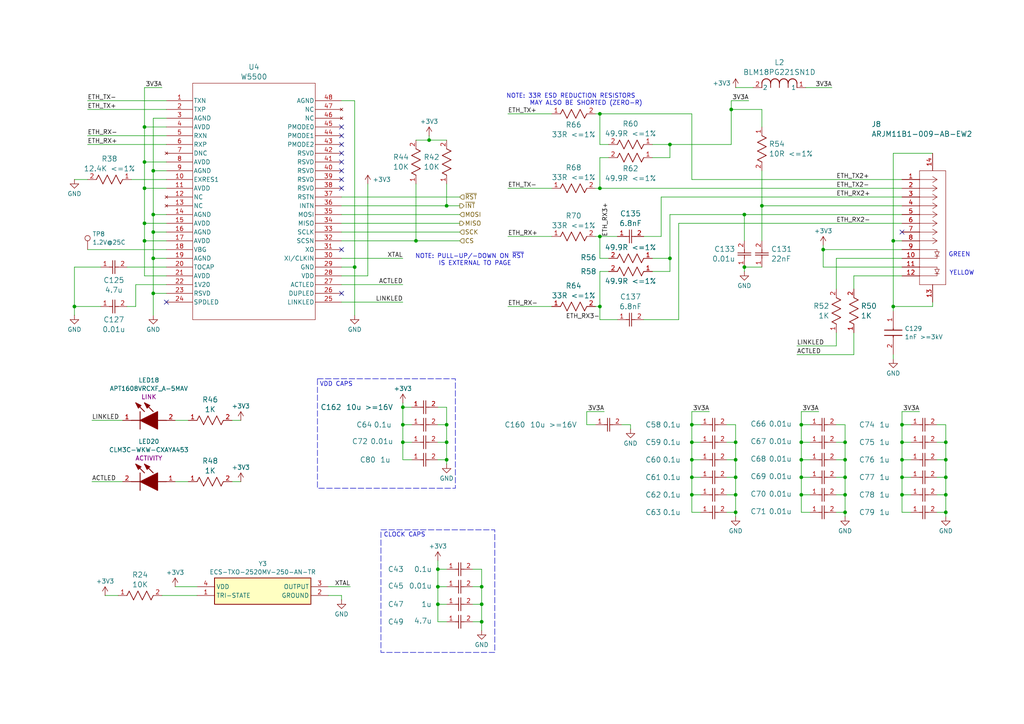
<source format=kicad_sch>
(kicad_sch (version 20231120) (generator "eeschema") (generator_version "8.0")
  (paper "A4")
  (title_block (title "Oro Link") (date "2025-06-02") (rev "9") (company "Oro Operating System") (comment 1 "oro.sh") (comment 2 "Copyright 2023-2025, MPL 2.0") (comment 3 "Joshua Lee Junon"))
  (lib_symbols
    (symbol "Connector:TestPoint" (pin_numbers hide) (pin_names (offset 0.762) hide)
      (property "Reference" "TP" (at 0 6.858 0))
      (property "Value" "TestPoint" (at 0 5.08 0))
      (symbol "TestPoint_1_1"
        (pin passive line (at 0 0 90) (length 2.54) (name "1") (number "1"))
      )
    )
    (symbol "OroLink:0402B103J160CT" (pin_names (offset 0.254))
      (property "Reference" "C" (at 3.81 3.81 0))
      (property "Value" "0402B103J160CT" (at 3.81 -3.81 0))
      (symbol "0402B103J160CT_1_1"
        (pin unspecified line (at 0 0 0) (length 2.54) (name "") (number "1"))
        (pin unspecified line (at 7.62 0 180) (length 2.54) (name "") (number "2"))
      )
      (symbol "0402B103J160CT_1_2"
        (pin unspecified line (at 0 0 270) (length 2.54) (name "") (number "1"))
        (pin unspecified line (at 0 -7.62 90) (length 2.54) (name "") (number "2"))
      )
    )
    (symbol "OroLink:885342210004" (pin_names hide)
      (property "Reference" "C" (at 8.89 6.35 0))
      (property "Value" "885342210004" (at 8.89 3.81 0))
      (symbol "885342210004_1_1"
        (pin passive line (at 0 0 0) (length 5.08) (name "1") (number "1"))
        (pin passive line (at 12.7 0 180) (length 5.08) (name "2") (number "2"))
      )
    )
    (symbol "OroLink:APT1608VRCXF_A-5MAV" (pin_names hide)
      (property "Reference" "LED" (at 12.7 8.89 0))
      (property "Value" "APT1608VRCXF_A-5MAV" (at 12.7 6.35 0))
      (symbol "APT1608VRCXF_A-5MAV_1_1"
        (pin passive line (at 0 0 0) (length 2.54) (name "K") (number "1"))
        (pin passive line (at 15.24 0 180) (length 2.54) (name "A") (number "2"))
      )
    )
    (symbol "OroLink:ARJM11B1-009-AB-EW2" (pin_names (offset 0.254) hide)
      (property "Reference" "J9" (at 13.3985 -12.5535 0))
      (property "Value" "ARJM11B1-009-AB-EW2" (at 13.3985 -15.3864 0))
      (symbol "ARJM11B1-009-AB-EW2_0_1"
        (pin unspecified line (at 0 0 0) (length 5.08) (name "1") (number "1"))
        (pin unspecified line (at 0 -2.54 0) (length 5.08) (name "2") (number "2"))
        (pin unspecified line (at 0 -5.08 0) (length 5.08) (name "3") (number "3"))
        (pin unspecified line (at 0 -7.62 0) (length 5.08) (name "4") (number "4"))
        (pin unspecified line (at 0 -10.16 0) (length 5.08) (name "5") (number "5"))
        (pin unspecified line (at 0 -12.7 0) (length 5.08) (name "6") (number "6"))
        (pin unspecified line (at 0 -15.24 0) (length 5.08) (name "7") (number "7"))
        (pin unspecified line (at 0 -17.78 0) (length 5.08) (name "8") (number "8"))
        (pin unspecified line (at 0 -20.32 0) (length 5.08) (name "9") (number "9"))
      )
      (symbol "ARJM11B1-009-AB-EW2_1_1"
        (pin unspecified line (at 0 -22.86 0) (length 5.08) (name "10") (number "10"))
        (pin unspecified line (at 0 -25.4 0) (length 5.08) (name "11") (number "11"))
        (pin unspecified line (at 0 -27.94 0) (length 5.08) (name "12") (number "12"))
        (pin unspecified line (at 8.89 -35.56 90) (length 5.08) (name "13") (number "13"))
        (pin unspecified line (at 8.89 7.62 270) (length 5.08) (name "14") (number "14"))
      )
    )
    (symbol "OroLink:BLM18PG221SN1D" (pin_names (offset 0.254))
      (property "Reference" "L" (at 6.985 5.08 0))
      (property "Value" "BLM18PG221SN1D" (at 6.985 -2.54 0))
      (symbol "BLM18PG221SN1D_1_1"
        (pin unspecified line (at 15.24 0 180) (length 2.54) (name "1") (number "1"))
        (pin unspecified line (at 0 0 0) (length 2.54) (name "2") (number "2"))
      )
      (symbol "BLM18PG221SN1D_1_2"
        (pin unspecified line (at 0 15.24 270) (length 2.54) (name "1") (number "1"))
        (pin unspecified line (at 0 0 90) (length 2.54) (name "2") (number "2"))
      )
    )
    (symbol "OroLink:C0603C682F5GACTU" (pin_names (offset 0.254))
      (property "Reference" "C" (at 3.81 3.81 0))
      (property "Value" "C0603C682F5GACTU" (at 3.81 -3.81 0))
      (symbol "C0603C682F5GACTU_1_1"
        (pin unspecified line (at 0 0 0) (length 2.54) (name "") (number "1"))
        (pin unspecified line (at 7.62 0 180) (length 2.54) (name "") (number "2"))
      )
      (symbol "C0603C682F5GACTU_1_2"
        (pin unspecified line (at 0 0 270) (length 2.54) (name "") (number "1"))
        (pin unspecified line (at 0 -7.62 90) (length 2.54) (name "") (number "2"))
      )
    )
    (symbol "OroLink:CC0402ZPY5V7BB223" (pin_names (offset 0.254))
      (property "Reference" "C" (at 3.81 3.81 0))
      (property "Value" "CC0402ZPY5V7BB223" (at 3.81 -3.81 0))
      (symbol "CC0402ZPY5V7BB223_1_1"
        (pin unspecified line (at 0 0 0) (length 2.54) (name "") (number "1"))
        (pin unspecified line (at 7.62 0 180) (length 2.54) (name "") (number "2"))
      )
      (symbol "CC0402ZPY5V7BB223_1_2"
        (pin unspecified line (at 0 0 270) (length 2.54) (name "") (number "1"))
        (pin unspecified line (at 0 -7.62 90) (length 2.54) (name "") (number "2"))
      )
    )
    (symbol "OroLink:CLM3C-WKW-CXAYA453" (pin_names hide)
      (property "Reference" "LED" (at 5.588 8.382 0))
      (property "Value" "CLM3C-WKW-CXAYA453" (at -3.302 5.842 0))
      (symbol "CLM3C-WKW-CXAYA453_1_1"
        (pin passive line (at 15.24 0 180) (length 2.54) (name "A") (number "1"))
        (pin passive line (at 0 0 0) (length 2.54) (name "K") (number "2"))
      )
    )
    (symbol "OroLink:CRCW040212K4FKED" (pin_names (offset 0.254))
      (property "Reference" "R" (at 5.715 3.81 0))
      (property "Value" "CRCW040212K4FKED" (at 6.35 -3.81 0))
      (symbol "CRCW040212K4FKED_1_1"
        (pin unspecified line (at 12.7 0 180) (length 2.54) (name "") (number "1"))
        (pin unspecified line (at 0 0 0) (length 2.54) (name "") (number "2"))
      )
      (symbol "CRCW040212K4FKED_1_2"
        (pin unspecified line (at 0 12.7 270) (length 2.54) (name "") (number "1"))
        (pin unspecified line (at 0 0 90) (length 2.54) (name "") (number "2"))
      )
    )
    (symbol "OroLink:ECS-TXO-2520MV-250-AN-TR"
      (property "Reference" "Y" (at 3.048 7.874 0))
      (property "Value" "ECS-TXO-2520MV-250-AN-TR" (at 3.048 5.334 0))
      (symbol "ECS-TXO-2520MV-250-AN-TR_1_1"
        (pin passive line (at 0 -2.54 0) (length 5.08) (name "TRI-STATE") (number "1"))
        (pin passive line (at 38.1 -2.54 180) (length 5.08) (name "GROUND") (number "2"))
        (pin passive line (at 38.1 0 180) (length 5.08) (name "OUTPUT") (number "3"))
        (pin passive line (at 0 0 0) (length 5.08) (name "VDD") (number "4"))
      )
    )
    (symbol "OroLink:ERA-2AKD100X" (pin_names (offset 0.254))
      (property "Reference" "R" (at 5.715 3.81 0))
      (property "Value" "ERA-2AKD100X" (at 6.35 -3.81 0))
      (symbol "ERA-2AKD100X_1_1"
        (pin unspecified line (at 12.7 0 180) (length 2.54) (name "") (number "1"))
        (pin unspecified line (at 0 0 0) (length 2.54) (name "") (number "2"))
      )
      (symbol "ERA-2AKD100X_1_2"
        (pin unspecified line (at 0 12.7 270) (length 2.54) (name "") (number "1"))
        (pin unspecified line (at 0 0 90) (length 2.54) (name "") (number "2"))
      )
    )
    (symbol "OroLink:GRM155C61E475ME15J" (pin_names hide)
      (property "Reference" "C" (at 3.302 6.096 0))
      (property "Value" "GRM155C61E475ME15J" (at -6.096 3.81 0))
      (symbol "GRM155C61E475ME15J_1_1"
        (pin unspecified line (at 0 0 0) (length 2.54) (name "") (number "1"))
        (pin unspecified line (at 7.62 0 180) (length 2.54) (name "") (number "2"))
      )
    )
    (symbol "OroLink:GRM188R61E106MA73D" (pin_names (offset 0.254))
      (property "Reference" "C" (at 3.81 3.81 0))
      (property "Value" "GRM188R61E106MA73D" (at 3.81 -3.81 0))
      (symbol "GRM188R61E106MA73D_1_1"
        (pin unspecified line (at 0 0 0) (length 2.54) (name "") (number "1"))
        (pin unspecified line (at 7.62 0 180) (length 2.54) (name "") (number "2"))
      )
      (symbol "GRM188R61E106MA73D_1_2"
        (pin unspecified line (at 0 0 270) (length 2.54) (name "") (number "1"))
        (pin unspecified line (at 0 -7.62 90) (length 2.54) (name "") (number "2"))
      )
    )
    (symbol "OroLink:JMK105BJ105KVHF" (pin_names (offset 0.254))
      (property "Reference" "C" (at 3.81 3.81 0))
      (property "Value" "JMK105BJ105KVHF" (at 3.81 -3.81 0))
      (symbol "JMK105BJ105KVHF_1_1"
        (pin unspecified line (at 0 0 0) (length 2.54) (name "") (number "1"))
        (pin unspecified line (at 7.62 0 180) (length 2.54) (name "") (number "2"))
      )
      (symbol "JMK105BJ105KVHF_1_2"
        (pin unspecified line (at 0 0 270) (length 2.54) (name "") (number "1"))
        (pin unspecified line (at 0 -7.62 90) (length 2.54) (name "") (number "2"))
      )
    )
    (symbol "OroLink:MSAST1L3YB5104KFNA01" (pin_names (offset 0.254))
      (property "Reference" "C" (at 3.81 3.81 0))
      (property "Value" "MSAST1L3YB5104KFNA01" (at 3.81 -3.81 0))
      (symbol "MSAST1L3YB5104KFNA01_1_1"
        (pin unspecified line (at 0 0 0) (length 2.54) (name "") (number "1"))
        (pin unspecified line (at 7.62 0 180) (length 2.54) (name "") (number "2"))
      )
      (symbol "MSAST1L3YB5104KFNA01_1_2"
        (pin unspecified line (at 0 0 270) (length 2.54) (name "") (number "1"))
        (pin unspecified line (at 0 -7.62 90) (length 2.54) (name "") (number "2"))
      )
    )
    (symbol "OroLink:RMCF0402FT10K0" (pin_names (offset 0.254))
      (property "Reference" "R" (at 5.715 3.81 0))
      (property "Value" "RMCF0402FT10K0" (at 6.35 -3.81 0))
      (symbol "RMCF0402FT10K0_1_1"
        (pin unspecified line (at 0 0 0) (length 2.54) (name "") (number "1"))
        (pin unspecified line (at 12.7 0 180) (length 2.54) (name "") (number "2"))
      )
      (symbol "RMCF0402FT10K0_1_2"
        (pin unspecified line (at 0 12.7 270) (length 2.54) (name "") (number "1"))
        (pin unspecified line (at 0 0 90) (length 2.54) (name "") (number "2"))
      )
    )
    (symbol "OroLink:RR0510R-330-D" (pin_names (offset 0.254))
      (property "Reference" "R" (at 5.715 3.81 0))
      (property "Value" "RR0510R-330-D" (at 6.35 -3.81 0))
      (symbol "RR0510R-330-D_1_1"
        (pin unspecified line (at 0 0 0) (length 2.54) (name "") (number "1"))
        (pin unspecified line (at 12.7 0 180) (length 2.54) (name "") (number "2"))
      )
      (symbol "RR0510R-330-D_1_2"
        (pin unspecified line (at 0 12.7 270) (length 2.54) (name "") (number "1"))
        (pin unspecified line (at 0 0 90) (length 2.54) (name "") (number "2"))
      )
    )
    (symbol "OroLink:RT0402FRE0749R9L" (pin_names (offset 0.254))
      (property "Reference" "R" (at 5.715 3.81 0))
      (property "Value" "RT0402FRE0749R9L" (at 6.35 -3.81 0))
      (symbol "RT0402FRE0749R9L_1_1"
        (pin unspecified line (at 12.7 0 180) (length 2.54) (name "") (number "1"))
        (pin unspecified line (at 0 0 0) (length 2.54) (name "") (number "2"))
      )
      (symbol "RT0402FRE0749R9L_1_2"
        (pin unspecified line (at 0 12.7 270) (length 2.54) (name "") (number "1"))
        (pin unspecified line (at 0 0 90) (length 2.54) (name "") (number "2"))
      )
    )
    (symbol "OroLink:SG73P2ATTD102J" (pin_names (offset 0.254))
      (property "Reference" "R" (at 5.715 3.81 0))
      (property "Value" "SG73P2ATTD102J" (at 6.35 -3.81 0))
      (symbol "SG73P2ATTD102J_1_1"
        (pin unspecified line (at 0 0 0) (length 2.54) (name "") (number "1"))
        (pin unspecified line (at 12.7 0 180) (length 2.54) (name "") (number "2"))
      )
      (symbol "SG73P2ATTD102J_1_2"
        (pin unspecified line (at 0 12.7 270) (length 2.54) (name "") (number "1"))
        (pin unspecified line (at 0 0 90) (length 2.54) (name "") (number "2"))
      )
    )
    (symbol "OroLink:W5500" (pin_names (offset 0.254))
      (property "Reference" "U" (at 25.4 10.16 0))
      (property "Value" "W5500" (at 25.4 7.62 0))
      (symbol "W5500_0_1"
        (pin unspecified line (at 0 0 0) (length 7.62) (name "TXN") (number "1"))
        (pin unspecified line (at 0 -22.86 0) (length 7.62) (name "EXRES1") (number "10"))
        (pin power_in line (at 0 -25.4 0) (length 7.62) (name "AVDD") (number "11"))
        (pin no_connect line (at 0 -27.94 0) (length 7.62) (name "NC") (number "12"))
        (pin no_connect line (at 0 -30.48 0) (length 7.62) (name "NC") (number "13"))
        (pin power_out line (at 0 -33.02 0) (length 7.62) (name "AGND") (number "14"))
        (pin power_in line (at 0 -35.56 0) (length 7.62) (name "AVDD") (number "15"))
        (pin power_out line (at 0 -38.1 0) (length 7.62) (name "AGND") (number "16"))
        (pin power_in line (at 0 -40.64 0) (length 7.62) (name "AVDD") (number "17"))
        (pin unspecified line (at 0 -43.18 0) (length 7.62) (name "VBG") (number "18"))
        (pin power_out line (at 0 -45.72 0) (length 7.62) (name "AGND") (number "19"))
        (pin unspecified line (at 0 -2.54 0) (length 7.62) (name "TXP") (number "2"))
        (pin unspecified line (at 0 -48.26 0) (length 7.62) (name "TOCAP") (number "20"))
        (pin power_in line (at 0 -50.8 0) (length 7.62) (name "AVDD") (number "21"))
        (pin unspecified line (at 0 -53.34 0) (length 7.62) (name "1V20") (number "22"))
        (pin unspecified line (at 0 -55.88 0) (length 7.62) (name "RSVD") (number "23"))
        (pin unspecified line (at 0 -58.42 0) (length 7.62) (name "SPDLED") (number "24"))
        (pin unspecified line (at 50.8 -58.42 180) (length 7.62) (name "LINKLED") (number "25"))
        (pin unspecified line (at 50.8 -55.88 180) (length 7.62) (name "DUPLED") (number "26"))
        (pin unspecified line (at 50.8 -53.34 180) (length 7.62) (name "ACTLED") (number "27"))
        (pin power_in line (at 50.8 -50.8 180) (length 7.62) (name "VDD") (number "28"))
        (pin power_out line (at 50.8 -48.26 180) (length 7.62) (name "GND") (number "29"))
        (pin power_out line (at 0 -5.08 0) (length 7.62) (name "AGND") (number "3"))
        (pin unspecified line (at 50.8 -45.72 180) (length 7.62) (name "XI/CLKIN") (number "30"))
        (pin unspecified line (at 50.8 -43.18 180) (length 7.62) (name "XO") (number "31"))
        (pin unspecified line (at 50.8 -40.64 180) (length 7.62) (name "SCSN") (number "32"))
        (pin unspecified line (at 50.8 -38.1 180) (length 7.62) (name "SCLK") (number "33"))
        (pin unspecified line (at 50.8 -35.56 180) (length 7.62) (name "MISO") (number "34"))
        (pin unspecified line (at 50.8 -33.02 180) (length 7.62) (name "MOSI") (number "35"))
        (pin unspecified line (at 50.8 -30.48 180) (length 7.62) (name "INTN") (number "36"))
        (pin unspecified line (at 50.8 -27.94 180) (length 7.62) (name "RSTN") (number "37"))
        (pin unspecified line (at 50.8 -25.4 180) (length 7.62) (name "RSVD") (number "38"))
        (pin unspecified line (at 50.8 -22.86 180) (length 7.62) (name "RSVD") (number "39"))
        (pin power_in line (at 0 -7.62 0) (length 7.62) (name "AVDD") (number "4"))
        (pin unspecified line (at 50.8 -20.32 180) (length 7.62) (name "RSVD") (number "40"))
        (pin unspecified line (at 50.8 -17.78 180) (length 7.62) (name "RSVD") (number "41"))
        (pin unspecified line (at 50.8 -15.24 180) (length 7.62) (name "RSVD") (number "42"))
        (pin bidirectional line (at 50.8 -12.7 180) (length 7.62) (name "PMODE2") (number "43"))
        (pin bidirectional line (at 50.8 -10.16 180) (length 7.62) (name "PMODE1") (number "44"))
        (pin bidirectional line (at 50.8 -7.62 180) (length 7.62) (name "PMODE0") (number "45"))
        (pin no_connect line (at 50.8 -5.08 180) (length 7.62) (name "NC") (number "46"))
        (pin no_connect line (at 50.8 -2.54 180) (length 7.62) (name "NC") (number "47"))
        (pin power_out line (at 50.8 0 180) (length 7.62) (name "AGND") (number "48"))
        (pin unspecified line (at 0 -10.16 0) (length 7.62) (name "RXN") (number "5"))
        (pin unspecified line (at 0 -12.7 0) (length 7.62) (name "RXP") (number "6"))
        (pin no_connect line (at 0 -15.24 0) (length 7.62) (name "DNC") (number "7"))
        (pin power_in line (at 0 -17.78 0) (length 7.62) (name "AVDD") (number "8"))
        (pin power_out line (at 0 -20.32 0) (length 7.62) (name "AGND") (number "9"))
      )
    )
    (symbol "power:+3V3" (power) (pin_numbers hide) (pin_names (offset 0) hide)
      (property "Value" "+3V3" (at 0 3.556 0))
      (symbol "+3V3_1_1"
        (pin power_in line (at 0 0 90) (length 0) (name "~") (number "1"))
      )
    )
    (symbol "power:GND" (power) (pin_numbers hide) (pin_names (offset 0) hide)
      (property "Value" "GND" (at 0 -3.81 0))
      (symbol "GND_1_1"
        (pin power_in line (at 0 0 270) (length 0) (name "~") (number "1"))
      )
    )
  )
  (junction (at 261.62 138.43))
  (junction (at 261.62 133.35))
  (junction (at 261.62 143.51))
  (junction (at 212.09 31.75))
  (junction (at 213.36 138.43))
  (junction (at 261.62 128.27))
  (junction (at 274.32 143.51))
  (junction (at 200.66 123.19))
  (junction (at 116.84 118.11))
  (junction (at 245.11 133.35))
  (junction (at 274.32 128.27))
  (junction (at 232.41 138.43))
  (junction (at 127 165.1))
  (junction (at 120.65 69.85))
  (junction (at 220.98 59.69))
  (junction (at 213.36 133.35))
  (junction (at 194.31 41.91))
  (junction (at 259.08 88.9))
  (junction (at 102.87 77.47))
  (junction (at 261.62 123.19))
  (junction (at 238.76 72.39))
  (junction (at 139.7 175.26))
  (junction (at 44.45 74.93))
  (junction (at 41.91 64.77))
  (junction (at 232.41 123.19))
  (junction (at 129.54 123.19))
  (junction (at 213.36 143.51))
  (junction (at 274.32 148.59))
  (junction (at 41.91 54.61))
  (junction (at 173.99 68.58))
  (junction (at 245.11 148.59))
  (junction (at 194.31 74.93))
  (junction (at 116.84 123.19))
  (junction (at 232.41 133.35))
  (junction (at 127 170.18))
  (junction (at 200.66 138.43))
  (junction (at 44.45 67.31))
  (junction (at 245.11 143.51))
  (junction (at 116.84 128.27))
  (junction (at 129.54 128.27))
  (junction (at 129.54 59.69))
  (junction (at 215.9 62.23))
  (junction (at 44.45 62.23))
  (junction (at 139.7 180.34))
  (junction (at 124.46 40.64))
  (junction (at 129.54 133.35))
  (junction (at 232.41 128.27))
  (junction (at 200.66 128.27))
  (junction (at 21.59 88.9))
  (junction (at 139.7 170.18))
  (junction (at 274.32 133.35))
  (junction (at 259.08 69.85))
  (junction (at 245.11 138.43))
  (junction (at 215.9 77.47))
  (junction (at 44.45 85.09))
  (junction (at 213.36 148.59))
  (junction (at 41.91 69.85))
  (junction (at 44.45 49.53))
  (junction (at 274.32 138.43))
  (junction (at 173.99 33.02))
  (junction (at 127 175.26))
  (junction (at 232.41 143.51))
  (junction (at 245.11 128.27))
  (junction (at 173.99 88.9))
  (junction (at 41.91 46.99))
  (junction (at 213.36 128.27))
  (junction (at 200.66 133.35))
  (junction (at 173.99 54.61))
  (junction (at 200.66 143.51))
  (junction (at 41.91 36.83))
  (no_connect (at 99.06 46.99))
  (no_connect (at 99.06 36.83))
  (no_connect (at 99.06 39.37))
  (no_connect (at 48.26 87.63))
  (no_connect (at 99.06 85.09))
  (no_connect (at 99.06 52.07))
  (no_connect (at 261.62 67.31))
  (no_connect (at 99.06 44.45))
  (no_connect (at 99.06 49.53))
  (no_connect (at 99.06 72.39))
  (no_connect (at 99.06 54.61))
  (no_connect (at 99.06 41.91))
  (wire (pts (xy 147.32 54.61) (xy 160.02 54.61)))
  (wire (pts (xy 102.87 29.21) (xy 102.87 77.47)))
  (wire (pts (xy 242.57 74.93) (xy 242.57 83.82)))
  (wire (pts (xy 196.85 64.77) (xy 261.62 64.77)))
  (wire (pts (xy 99.06 62.23) (xy 133.35 62.23)))
  (wire (pts (xy 213.36 138.43) (xy 213.36 133.35)))
  (wire (pts (xy 44.45 74.93) (xy 44.45 85.09)))
  (wire (pts (xy 99.06 67.31) (xy 133.35 67.31)))
  (wire (pts (xy 147.32 88.9) (xy 160.02 88.9)))
  (wire (pts (xy 120.65 40.64) (xy 124.46 40.64)))
  (wire (pts (xy 200.66 128.27) (xy 200.66 133.35)))
  (wire (pts (xy 25.4 31.75) (xy 48.26 31.75)))
  (wire (pts (xy 172.72 33.02) (xy 173.99 33.02)))
  (wire (pts (xy 44.45 67.31) (xy 48.26 67.31)))
  (wire (pts (xy 44.45 62.23) (xy 48.26 62.23)))
  (wire (pts (xy 172.72 88.9) (xy 173.99 88.9)))
  (wire (pts (xy 200.66 138.43) (xy 203.2 138.43)))
  (wire (pts (xy 261.62 80.01) (xy 247.65 80.01)))
  (wire (pts (xy 245.11 143.51) (xy 242.57 143.51)))
  (wire (pts (xy 232.41 119.38) (xy 237.49 119.38)))
  (wire (pts (xy 170.18 119.38) (xy 175.26 119.38)))
  (wire (pts (xy 127 165.1) (xy 127 170.18)))
  (wire (pts (xy 139.7 165.1) (xy 139.7 170.18)))
  (wire (pts (xy 232.41 123.19) (xy 232.41 128.27)))
  (wire (pts (xy 238.76 71.12) (xy 238.76 72.39)))
  (wire (pts (xy 232.41 133.35) (xy 234.95 133.35)))
  (wire (pts (xy 44.45 85.09) (xy 44.45 91.44)))
  (wire (pts (xy 116.84 118.11) (xy 119.38 118.11)))
  (wire (pts (xy 173.99 74.93) (xy 176.53 74.93)))
  (wire (pts (xy 147.32 33.02) (xy 160.02 33.02)))
  (wire (pts (xy 200.66 119.38) (xy 200.66 123.19)))
  (wire (pts (xy 116.84 128.27) (xy 116.84 133.35)))
  (wire (pts (xy 36.83 77.47) (xy 48.26 77.47)))
  (wire (pts (xy 261.62 143.51) (xy 264.16 143.51)))
  (wire (pts (xy 170.18 123.19) (xy 172.72 123.19)))
  (wire (pts (xy 99.06 77.47) (xy 102.87 77.47)))
  (wire (pts (xy 213.36 143.51) (xy 213.36 138.43)))
  (wire (pts (xy 44.45 49.53) (xy 48.26 49.53)))
  (wire (pts (xy 213.36 128.27) (xy 213.36 123.19)))
  (wire (pts (xy 48.26 82.55) (xy 39.37 82.55)))
  (wire (pts (xy 48.26 80.01) (xy 41.91 80.01)))
  (wire (pts (xy 261.62 138.43) (xy 261.62 143.51)))
  (wire (pts (xy 274.32 128.27) (xy 271.78 128.27)))
  (wire (pts (xy 99.06 57.15) (xy 133.35 57.15)))
  (wire (pts (xy 129.54 180.34) (xy 127 180.34)))
  (wire (pts (xy 26.67 121.92) (xy 35.56 121.92)))
  (wire (pts (xy 129.54 59.69) (xy 133.35 59.69)))
  (wire (pts (xy 127 123.19) (xy 129.54 123.19)))
  (wire (pts (xy 116.84 82.55) (xy 99.06 82.55)))
  (wire (pts (xy 139.7 180.34) (xy 139.7 182.88)))
  (wire (pts (xy 200.66 123.19) (xy 203.2 123.19)))
  (wire (pts (xy 172.72 68.58) (xy 173.99 68.58)))
  (wire (pts (xy 215.9 77.47) (xy 220.98 77.47)))
  (wire (pts (xy 241.3 25.4) (xy 233.68 25.4)))
  (wire (pts (xy 41.91 46.99) (xy 41.91 36.83)))
  (wire (pts (xy 245.11 128.27) (xy 242.57 128.27)))
  (wire (pts (xy 245.11 143.51) (xy 245.11 138.43)))
  (wire (pts (xy 271.78 123.19) (xy 274.32 123.19)))
  (wire (pts (xy 99.06 172.72) (xy 99.06 173.99)))
  (wire (pts (xy 215.9 62.23) (xy 215.9 69.85)))
  (wire (pts (xy 232.41 128.27) (xy 232.41 133.35)))
  (wire (pts (xy 172.72 54.61) (xy 173.99 54.61)))
  (wire (pts (xy 238.76 72.39) (xy 261.62 72.39)))
  (wire (pts (xy 21.59 88.9) (xy 29.21 88.9)))
  (wire (pts (xy 274.32 133.35) (xy 274.32 128.27)))
  (wire (pts (xy 261.62 138.43) (xy 264.16 138.43)))
  (wire (pts (xy 180.34 123.19) (xy 182.88 123.19)))
  (wire (pts (xy 232.41 119.38) (xy 232.41 123.19)))
  (wire (pts (xy 232.41 148.59) (xy 234.95 148.59)))
  (wire (pts (xy 261.62 123.19) (xy 261.62 128.27)))
  (wire (pts (xy 189.23 45.72) (xy 194.31 45.72)))
  (wire (pts (xy 54.61 121.92) (xy 50.8 121.92)))
  (wire (pts (xy 261.62 128.27) (xy 261.62 133.35)))
  (wire (pts (xy 99.06 69.85) (xy 120.65 69.85)))
  (wire (pts (xy 44.45 49.53) (xy 44.45 62.23)))
  (wire (pts (xy 261.62 119.38) (xy 266.7 119.38)))
  (wire (pts (xy 173.99 41.91) (xy 176.53 41.91)))
  (wire (pts (xy 242.57 123.19) (xy 245.11 123.19)))
  (wire (pts (xy 116.84 133.35) (xy 119.38 133.35)))
  (wire (pts (xy 173.99 78.74) (xy 176.53 78.74)))
  (wire (pts (xy 36.83 88.9) (xy 39.37 88.9)))
  (wire (pts (xy 232.41 128.27) (xy 234.95 128.27)))
  (wire (pts (xy 212.09 29.21) (xy 217.17 29.21)))
  (wire (pts (xy 41.91 80.01) (xy 41.91 69.85)))
  (wire (pts (xy 44.45 67.31) (xy 44.45 74.93)))
  (wire (pts (xy 200.66 133.35) (xy 200.66 138.43)))
  (wire (pts (xy 213.36 148.59) (xy 213.36 143.51)))
  (wire (pts (xy 200.66 133.35) (xy 203.2 133.35)))
  (wire (pts (xy 46.99 172.72) (xy 57.15 172.72)))
  (wire (pts (xy 99.06 80.01) (xy 106.68 80.01)))
  (wire (pts (xy 259.08 102.87) (xy 259.08 104.14)))
  (wire (pts (xy 232.41 143.51) (xy 232.41 148.59)))
  (wire (pts (xy 200.66 138.43) (xy 200.66 143.51)))
  (wire (pts (xy 261.62 133.35) (xy 261.62 138.43)))
  (wire (pts (xy 274.32 148.59) (xy 274.32 149.86)))
  (wire (pts (xy 120.65 53.34) (xy 120.65 69.85)))
  (wire (pts (xy 173.99 45.72) (xy 176.53 45.72)))
  (wire (pts (xy 186.69 68.58) (xy 191.77 68.58)))
  (wire (pts (xy 245.11 138.43) (xy 245.11 133.35)))
  (wire (pts (xy 194.31 74.93) (xy 194.31 78.74)))
  (wire (pts (xy 261.62 77.47) (xy 238.76 77.47)))
  (wire (pts (xy 261.62 74.93) (xy 242.57 74.93)))
  (wire (pts (xy 127 128.27) (xy 129.54 128.27)))
  (wire (pts (xy 242.57 96.52) (xy 242.57 100.33)))
  (wire (pts (xy 261.62 148.59) (xy 264.16 148.59)))
  (wire (pts (xy 173.99 74.93) (xy 173.99 68.58)))
  (wire (pts (xy 38.1 52.07) (xy 48.26 52.07)))
  (wire (pts (xy 274.32 143.51) (xy 274.32 138.43)))
  (wire (pts (xy 232.41 138.43) (xy 234.95 138.43)))
  (wire (pts (xy 25.4 29.21) (xy 48.26 29.21)))
  (wire (pts (xy 127 162.56) (xy 127 165.1)))
  (wire (pts (xy 57.15 170.18) (xy 50.8 170.18)))
  (wire (pts (xy 173.99 68.58) (xy 179.07 68.58)))
  (wire (pts (xy 189.23 74.93) (xy 194.31 74.93)))
  (wire (pts (xy 220.98 49.53) (xy 220.98 59.69)))
  (wire (pts (xy 245.11 128.27) (xy 245.11 123.19)))
  (wire (pts (xy 102.87 77.47) (xy 102.87 91.44)))
  (wire (pts (xy 232.41 143.51) (xy 234.95 143.51)))
  (wire (pts (xy 232.41 133.35) (xy 232.41 138.43)))
  (wire (pts (xy 215.9 62.23) (xy 261.62 62.23)))
  (wire (pts (xy 44.45 85.09) (xy 48.26 85.09)))
  (wire (pts (xy 99.06 64.77) (xy 133.35 64.77)))
  (wire (pts (xy 129.54 53.34) (xy 129.54 59.69)))
  (wire (pts (xy 274.32 128.27) (xy 274.32 123.19)))
  (wire (pts (xy 245.11 138.43) (xy 242.57 138.43)))
  (wire (pts (xy 129.54 128.27) (xy 129.54 133.35)))
  (wire (pts (xy 120.65 69.85) (xy 133.35 69.85)))
  (wire (pts (xy 41.91 54.61) (xy 48.26 54.61)))
  (wire (pts (xy 29.21 77.47) (xy 21.59 77.47)))
  (wire (pts (xy 116.84 116.84) (xy 116.84 118.11)))
  (wire (pts (xy 270.51 44.45) (xy 259.08 44.45)))
  (wire (pts (xy 194.31 78.74) (xy 189.23 78.74)))
  (wire (pts (xy 212.09 31.75) (xy 220.98 31.75)))
  (wire (pts (xy 200.66 143.51) (xy 203.2 143.51)))
  (wire (pts (xy 274.32 138.43) (xy 271.78 138.43)))
  (wire (pts (xy 129.54 133.35) (xy 129.54 134.62)))
  (wire (pts (xy 189.23 41.91) (xy 194.31 41.91)))
  (wire (pts (xy 231.14 102.87) (xy 247.65 102.87)))
  (wire (pts (xy 116.84 128.27) (xy 119.38 128.27)))
  (wire (pts (xy 261.62 143.51) (xy 261.62 148.59)))
  (wire (pts (xy 41.91 25.4) (xy 41.91 36.83)))
  (wire (pts (xy 127 118.11) (xy 129.54 118.11)))
  (wire (pts (xy 170.18 119.38) (xy 170.18 123.19)))
  (wire (pts (xy 245.11 148.59) (xy 242.57 148.59)))
  (wire (pts (xy 124.46 39.37) (xy 124.46 40.64)))
  (wire (pts (xy 116.84 123.19) (xy 116.84 128.27)))
  (wire (pts (xy 127 175.26) (xy 127 180.34)))
  (wire (pts (xy 99.06 59.69) (xy 129.54 59.69)))
  (wire (pts (xy 274.32 148.59) (xy 274.32 143.51)))
  (wire (pts (xy 194.31 62.23) (xy 215.9 62.23)))
  (wire (pts (xy 137.16 165.1) (xy 139.7 165.1)))
  (wire (pts (xy 44.45 62.23) (xy 44.45 67.31)))
  (wire (pts (xy 200.66 33.02) (xy 200.66 52.07)))
  (wire (pts (xy 54.61 139.7) (xy 50.8 139.7)))
  (wire (pts (xy 41.91 69.85) (xy 48.26 69.85)))
  (wire (pts (xy 173.99 92.71) (xy 179.07 92.71)))
  (wire (pts (xy 200.66 119.38) (xy 205.74 119.38)))
  (wire (pts (xy 48.26 36.83) (xy 41.91 36.83)))
  (wire (pts (xy 41.91 46.99) (xy 48.26 46.99)))
  (wire (pts (xy 232.41 123.19) (xy 234.95 123.19)))
  (wire (pts (xy 200.66 148.59) (xy 203.2 148.59)))
  (wire (pts (xy 213.36 133.35) (xy 210.82 133.35)))
  (wire (pts (xy 261.62 128.27) (xy 264.16 128.27)))
  (wire (pts (xy 129.54 133.35) (xy 127 133.35)))
  (wire (pts (xy 213.36 148.59) (xy 213.36 149.86)))
  (wire (pts (xy 137.16 175.26) (xy 139.7 175.26)))
  (wire (pts (xy 137.16 180.34) (xy 139.7 180.34)))
  (wire (pts (xy 139.7 175.26) (xy 139.7 180.34)))
  (wire (pts (xy 191.77 57.15) (xy 261.62 57.15)))
  (wire (pts (xy 245.11 148.59) (xy 245.11 143.51)))
  (wire (pts (xy 274.32 133.35) (xy 271.78 133.35)))
  (wire (pts (xy 25.4 39.37) (xy 48.26 39.37)))
  (wire (pts (xy 41.91 64.77) (xy 48.26 64.77)))
  (wire (pts (xy 238.76 72.39) (xy 238.76 77.47)))
  (wire (pts (xy 194.31 41.91) (xy 194.31 45.72)))
  (wire (pts (xy 245.11 133.35) (xy 242.57 133.35)))
  (wire (pts (xy 116.84 123.19) (xy 119.38 123.19)))
  (wire (pts (xy 213.36 148.59) (xy 210.82 148.59)))
  (wire (pts (xy 215.9 78.74) (xy 215.9 77.47)))
  (wire (pts (xy 139.7 170.18) (xy 139.7 175.26)))
  (wire (pts (xy 25.4 72.39) (xy 48.26 72.39)))
  (wire (pts (xy 220.98 59.69) (xy 261.62 59.69)))
  (wire (pts (xy 213.36 143.51) (xy 210.82 143.51)))
  (wire (pts (xy 44.45 34.29) (xy 44.45 49.53)))
  (wire (pts (xy 129.54 165.1) (xy 127 165.1)))
  (wire (pts (xy 173.99 33.02) (xy 200.66 33.02)))
  (wire (pts (xy 194.31 74.93) (xy 194.31 62.23)))
  (wire (pts (xy 200.66 128.27) (xy 203.2 128.27)))
  (wire (pts (xy 99.06 29.21) (xy 102.87 29.21)))
  (wire (pts (xy 210.82 123.19) (xy 213.36 123.19)))
  (wire (pts (xy 99.06 74.93) (xy 116.84 74.93)))
  (wire (pts (xy 182.88 123.19) (xy 182.88 124.46)))
  (wire (pts (xy 270.51 87.63) (xy 270.51 88.9)))
  (wire (pts (xy 186.69 92.71) (xy 196.85 92.71)))
  (wire (pts (xy 173.99 54.61) (xy 261.62 54.61)))
  (wire (pts (xy 44.45 74.93) (xy 48.26 74.93)))
  (wire (pts (xy 259.08 44.45) (xy 259.08 69.85)))
  (wire (pts (xy 261.62 119.38) (xy 261.62 123.19)))
  (wire (pts (xy 274.32 148.59) (xy 271.78 148.59)))
  (wire (pts (xy 213.36 25.4) (xy 218.44 25.4)))
  (wire (pts (xy 129.54 118.11) (xy 129.54 123.19)))
  (wire (pts (xy 173.99 92.71) (xy 173.99 88.9)))
  (wire (pts (xy 245.11 133.35) (xy 245.11 128.27)))
  (wire (pts (xy 213.36 133.35) (xy 213.36 128.27)))
  (wire (pts (xy 194.31 41.91) (xy 212.09 41.91)))
  (wire (pts (xy 21.59 77.47) (xy 21.59 88.9)))
  (wire (pts (xy 116.84 87.63) (xy 99.06 87.63)))
  (wire (pts (xy 129.54 175.26) (xy 127 175.26)))
  (wire (pts (xy 26.67 139.7) (xy 35.56 139.7)))
  (wire (pts (xy 116.84 118.11) (xy 116.84 123.19)))
  (wire (pts (xy 173.99 33.02) (xy 173.99 41.91)))
  (wire (pts (xy 259.08 69.85) (xy 259.08 88.9)))
  (wire (pts (xy 127 170.18) (xy 127 175.26)))
  (wire (pts (xy 41.91 69.85) (xy 41.91 64.77)))
  (wire (pts (xy 41.91 64.77) (xy 41.91 54.61)))
  (wire (pts (xy 270.51 88.9) (xy 259.08 88.9)))
  (wire (pts (xy 69.85 139.7) (xy 67.31 139.7)))
  (wire (pts (xy 196.85 92.71) (xy 196.85 64.77)))
  (wire (pts (xy 220.98 59.69) (xy 220.98 69.85)))
  (wire (pts (xy 200.66 143.51) (xy 200.66 148.59)))
  (wire (pts (xy 21.59 88.9) (xy 21.59 91.44)))
  (wire (pts (xy 259.08 88.9) (xy 259.08 90.17)))
  (wire (pts (xy 173.99 54.61) (xy 173.99 45.72)))
  (wire (pts (xy 261.62 123.19) (xy 264.16 123.19)))
  (wire (pts (xy 41.91 54.61) (xy 41.91 46.99)))
  (wire (pts (xy 259.08 69.85) (xy 261.62 69.85)))
  (wire (pts (xy 274.32 138.43) (xy 274.32 133.35)))
  (wire (pts (xy 95.25 170.18) (xy 101.6 170.18)))
  (wire (pts (xy 48.26 34.29) (xy 44.45 34.29)))
  (wire (pts (xy 231.14 100.33) (xy 242.57 100.33)))
  (wire (pts (xy 95.25 172.72) (xy 99.06 172.72)))
  (wire (pts (xy 213.36 138.43) (xy 210.82 138.43)))
  (wire (pts (xy 129.54 123.19) (xy 129.54 128.27)))
  (wire (pts (xy 137.16 170.18) (xy 139.7 170.18)))
  (wire (pts (xy 200.66 52.07) (xy 261.62 52.07)))
  (wire (pts (xy 213.36 128.27) (xy 210.82 128.27)))
  (wire (pts (xy 220.98 36.83) (xy 220.98 31.75)))
  (wire (pts (xy 30.48 172.72) (xy 34.29 172.72)))
  (wire (pts (xy 39.37 82.55) (xy 39.37 88.9)))
  (wire (pts (xy 173.99 78.74) (xy 173.99 88.9)))
  (wire (pts (xy 69.85 121.92) (xy 67.31 121.92)))
  (wire (pts (xy 41.91 25.4) (xy 46.99 25.4)))
  (wire (pts (xy 191.77 68.58) (xy 191.77 57.15)))
  (wire (pts (xy 212.09 31.75) (xy 212.09 29.21)))
  (wire (pts (xy 274.32 143.51) (xy 271.78 143.51)))
  (wire (pts (xy 212.09 41.91) (xy 212.09 31.75)))
  (wire (pts (xy 232.41 138.43) (xy 232.41 143.51)))
  (wire (pts (xy 200.66 123.19) (xy 200.66 128.27)))
  (wire (pts (xy 25.4 52.07) (xy 21.59 52.07)))
  (wire (pts (xy 147.32 68.58) (xy 160.02 68.58)))
  (wire (pts (xy 129.54 170.18) (xy 127 170.18)))
  (wire (pts (xy 261.62 133.35) (xy 264.16 133.35)))
  (wire (pts (xy 247.65 96.52) (xy 247.65 102.87)))
  (wire (pts (xy 106.68 53.34) (xy 106.68 80.01)))
  (wire (pts (xy 247.65 80.01) (xy 247.65 83.82)))
  (wire (pts (xy 245.11 148.59) (xy 245.11 149.86)))
  (wire (pts (xy 124.46 40.64) (xy 129.54 40.64)))
  (wire (pts (xy 25.4 41.91) (xy 48.26 41.91)))
  (rectangle (start 92.075 109.855) (end 132.08 141.605) (stroke (width 0) (type dash)))
  (rectangle (start 110.49 153.67) (end 143.51 189.23) (stroke (width 0) (type dash)))
  (text "YELLOW" (at 275.336 79.248 0) (effects (font (size 1.27 1.27)) (justify left)))
  (text "VDD CAPS" (at 92.71 111.506 0) (effects (font (size 1.27 1.27)) (justify left)))
  (text "NOTE: 33R ESD REDUCTION RESISTORS\n       MAY ALSO BE SHORTED (ZERO-R)" (at 146.812 28.956 0) (effects (font (size 1.27 1.27)) (justify left)))
  (text "NOTE: PULL-UP/-DOWN ON ~{RST}\n       IS EXTERNAL TO PAGE" (at 120.396 75.438 0) (effects (font (size 1.27 1.27)) (justify left)))
  (text "GREEN" (at 275.082 73.914 0) (effects (font (size 1.27 1.27)) (justify left)))
  (text "CLOCK CAPS" (at 111.252 155.194 0) (effects (font (size 1.27 1.27)) (justify left)))
  (label "ETH_TX2-" (at 242.57 54.61 0))
  (label "3V3A" (at 175.26 119.38 180))
  (label "XTAL" (at 101.6 170.18 180))
  (label "LINKLED" (at 231.14 100.33 0))
  (label "ETH_TX-" (at 25.4 29.21 0))
  (label "3V3A" (at 46.99 25.4 180))
  (label "ETH_RX+" (at 147.32 68.58 0))
  (label "LINKLED" (at 116.84 87.63 180))
  (label "ETH_RX-" (at 25.4 39.37 0))
  (label "ETH_TX+" (at 25.4 31.75 0))
  (label "3V3A" (at 205.74 119.38 180))
  (label "ETH_RX2-" (at 242.57 64.77 0))
  (label "ACTLED" (at 26.67 139.7 0))
  (label "3V3A" (at 237.49 119.38 180))
  (label "ETH_TX-" (at 147.32 54.61 0))
  (label "ETH_TX2+" (at 242.57 52.07 0))
  (label "ACTLED" (at 231.14 102.87 0))
  (label "3V3A" (at 217.17 29.21 180))
  (label "3V3A" (at 266.7 119.38 180))
  (label "ETH_RX3-" (at 173.99 92.71 180))
  (label "ETH_RX+" (at 25.4 41.91 0))
  (label "XTAL" (at 116.84 74.93 180))
  (label "ETH_RX2+" (at 242.57 57.15 0))
  (label "LINKLED" (at 26.67 121.92 0))
  (label "ETH_TX+" (at 147.32 33.02 0))
  (label "ETH_RX-" (at 147.32 88.9 0))
  (label "ETH_RX3+" (at 176.53 68.58 90))
  (label "3V3A" (at 241.3 25.4 180))
  (label "ACTLED" (at 116.84 82.55 180))
  (hierarchical_label "CS" (shape input) (at 133.35 69.85 0))
  (hierarchical_label "MISO" (shape output) (at 133.35 64.77 0))
  (hierarchical_label "~{INT}" (shape output) (at 133.35 59.69 0))
  (hierarchical_label "SCK" (shape input) (at 133.35 67.31 0))
  (hierarchical_label "~{RST}" (shape input) (at 133.35 57.15 0))
  (hierarchical_label "MOSI" (shape input) (at 133.35 62.23 0))
  (symbol (lib_id "OroLink:GRM188R61E106MA73D") (at 119.38 118.11 0) (unit 1)
    (property "Reference" "C162" (at 96.012 118.11 0) (effects (font (size 1.524 1.524))))
    (property "Value" "10u >=16V" (at 107.188 118.11 0) (effects (font (size 1.524 1.524))))
    (property "Footprint" "OroLink:CAP_GRM18_1p8X1p1X1p1_MUR" (effects (hide yes)))
    (property "Datasheet" "https://www.mouser.de/datasheet/2/281/1/GRM188R61E106MA73_01A-1985806.pdf" (effects (hide yes)))
    (property "Description" "Ceramic Capacitor, Ceramic, 25V, 20% +Tol, 20% -Tol, X5R, 15% TC, 10uF, Surface Mount, 0603" (effects (hide yes)))
    (property "Mfr. Number" "GRM188R61E106MA73D" (effects (hide yes)))
    (property "Mfr. Name" "Murata" (effects (hide yes)))
    (property "Mouser URL" "https://www.mouser.de/ProductDetail/Murata-Electronics/GRM188R61E106MA73D?qs=PoXZt%252B2CjACpktoD15Kv0Q%3D%3D&utm_source=octopart&utm_medium=aggregator&utm_campaign=81-GRM188R61E106MA3D&utm_content=Murata" (effects (hide yes)))
    (property "Arrow ID" "GRM188R61E106MA73D" (effects (hide yes)))
    (property "Description_1" "Ceramic Capacitor, Ceramic, 25V, 20% +Tol, 20% -Tol, X5R, 15% TC, 10uF, Surface Mount, 0603" (effects (hide yes)))
    (property "Mouser ID" "81-GRM188R61E106MA3D" (effects (hide yes)))
    (property "DigiKey ID" "490-7202-1-ND" (effects (hide yes)))
    (instances (project "link" (path "" (reference "C162") (unit 1)) (path "" (reference "C163") (unit 1))))
  )
  (symbol (lib_id "OroLink:JMK105BJ105KVHF") (at 264.16 138.43 0) (unit 1)
    (property "Reference" "C77" (at 251.46 138.43 0) (effects (font (size 1.524 1.524))))
    (property "Value" "1u" (at 256.54 138.43 0) (effects (font (size 1.524 1.524))))
    (property "Footprint" "OroLink:cap_UMK105 CG080CV-F_TAY" (effects (hide yes)))
    (property "Datasheet" "https://www.mouser.de/datasheet/2/396/taiyo_yuden_12132018_mlcc11_hq_e-1510082.pdf" (effects (hide yes)))
    (property "Description" "Capacitor, ceramic, 0402, 6.3V, x5R, 1 F, ±10% Rohs Compliant: Yes |Taiyo Yuden JMK105BJ105KVHF" (effects (hide yes)))
    (property "DigiKey ID" "587-3766-1-ND" (effects (hide yes)))
    (property "Arrow ID" "JMK105BJ105KVHF" (effects (hide yes)))
    (property "Mfr. Name" "Taiyo Yuden" (effects (hide yes)))
    (property "Description_1" "Capacitor, ceramic, 0402, 6.3V, x5R, 1 F, ±10% Rohs Compliant: Yes |Taiyo Yuden JMK105BJ105KVHF" (effects (hide yes)))
    (property "Mouser ID" "963-JMK105BJ105KVHF" (effects (hide yes)))
    (property "Mfr. Number" "JMK105BJ105KVHF" (effects (hide yes)))
    (property "Mouser URL" "https://www.mouser.de/ProductDetail/TAIYO-YUDEN/JMK105BJ105KVHF?qs=qPaGMJUC%252BSupRtwk0yj9HQ%3D%3D&utm_source=octopart&utm_medium=aggregator&utm_campaign=963-JMK105BJ105KVHF&utm_content=TAIYO%20YUDEN" (effects (hide yes)))
    (instances (project "link" (path "" (reference "C77") (unit 1)) (path "" (reference "C101") (unit 1))))
  )
  (symbol (lib_id "OroLink:GRM155C61E475ME15J") (at 29.21 77.47 0) (unit 1)
    (property "Reference" "C125" (at 33.02 81.274 0) (effects (font (size 1.524 1.524))))
    (property "Value" "4.7u" (at 33.02 84.1069 0) (effects (font (size 1.524 1.524))))
    (property "Footprint" "OroLink:GRM15x" (effects (hide yes)))
    (property "Datasheet" "https://search.murata.co.jp/Ceramy/image/img/A01X/G101/ENG/GRM155C61E475ME15-01A.pdf" (effects (hide yes)))
    (property "Description" "Multilayer Ceramic Capacitors MLCC - SMD/SMT 25VDC 4.7F 20% X5S" (effects (hide yes)))
    (property "Mouser URL" "https://www.mouser.de/ProductDetail/Samsung-Electro-Mechanics/CL05A475KP5NRNC?qs=YzdFMwBfadZHDm1%2FDIRDnw%3D%3D&utm_source=octopart&utm_medium=aggregator&utm_campaign=187-CL05A475KP5NRNC&utm_content=Samsung%20Electro-Mechanics" (effects (hide yes)))
    (property "Arrow ID" "CL05A475KP5NRNC" (effects (hide yes)))
    (property "DigiKey ID" "1276-1480-6-ND" (effects (hide yes)))
    (property "Description_1" "Cap Ceramic 4.7uF 10V X5R 10% SMD 0402 85°C Cardboard T/R" (effects (hide yes)))
    (property "Mfr. Number" "CL05A475KP5NRNC" (effects (hide yes)))
    (property "Mouser ID" "187-CL05A475KP5NRNC" (effects (hide yes)))
    (property "Mfr. Name" "Samsung" (effects (hide yes)))
    (property "Height" "0.33" (effects (hide yes)))
    (property "Manufacturer_Name" "Murata Electronics" (effects (hide yes)))
    (property "Manufacturer_Part_Number" "GRM155C61E475ME15J" (effects (hide yes)))
    (property "Mouser Price/Stock" "https://www.mouser.co.uk/ProductDetail/Murata-Electronics/GRM155C61E475ME15J?qs=By6Nw2ByBD02p8xq06vhEQ%3D%3D" (effects (hide yes)))
    (property "Arrow Part Number" "GRM155C61E475ME15J" (effects (hide yes)))
    (property "Arrow Price/Stock" "https://www.arrow.com/en/products/grm155c61e475me15j/murata-manufacturing?region=nac" (effects (hide yes)))
    (instances (project "link" (path "" (reference "C125") (unit 1)) (path "" (reference "C126") (unit 1))))
  )
  (symbol (lib_id "power:GND") (at 44.45 91.44 0) (unit 1)
    (property "Reference" "#PWR0142" (effects (hide yes)))
    (property "Value" "GND" (at 44.45 95.5731 0))
    (property "Description" "Power symbol creates a global label with name \"GND\" , ground" (effects (hide yes)))
    (instances (project "" (path "" (reference "#PWR0142") (unit 1)) (path "" (reference "#PWR0143") (unit 1))))
  )
  (symbol (lib_id "OroLink:885342210004") (at 259.08 90.17 270) (unit 1)
    (property "Reference" "C129" (at 262.382 95.3078 90) (effects (justify left)))
    (property "Value" "1nF >=3kV" (at 262.382 97.7321 90) (effects (justify left)))
    (property "Footprint" "OroLink:CAPC4620X220N" (effects (hide yes)))
    (property "Datasheet" "https://katalog.we-online.com/pbs/datasheet/885342210004.pdf" (effects (hide yes)))
    (property "Description" "Multilayer Ceramic Chip Capacitor WCAP-CSMH Series 1808 1000pF X7R1808102KC00DFCT10000" (effects (hide yes)))
    (property "Height" "2.2" (effects (hide yes)))
    (property "Manufacturer_Name" "Wurth Elektronik" (effects (hide yes)))
    (property "Manufacturer_Part_Number" "885342210004" (effects (hide yes)))
    (property "Mouser Part Number" "710-885342210004" (effects (hide yes)))
    (property "Mouser Price/Stock" "https://www.mouser.co.uk/ProductDetail/Wurth-Elektronik/885342210004?qs=MLItCLRbWsya%2F3qdX09FHQ%3D%3D" (effects (hide yes)))
    (instances (project "" (path "" (reference "C129") (unit 1)) (path "" (reference "C130") (unit 1))))
  )
  (symbol (lib_id "power:GND") (at 21.59 91.44 0) (unit 1)
    (property "Reference" "#PWR0152" (effects (hide yes)))
    (property "Value" "GND" (at 21.59 95.5731 0))
    (property "Description" "Power symbol creates a global label with name \"GND\" , ground" (effects (hide yes)))
    (instances (project "link" (path "" (reference "#PWR0152") (unit 1)) (path "" (reference "#PWR0153") (unit 1))))
  )
  (symbol (lib_id "OroLink:RT0402FRE0749R9L") (at 176.53 45.72 0) (unit 1)
    (property "Reference" "R62" (at 182.88 48.889 0) (effects (font (size 1.524 1.524))))
    (property "Value" "49.9R <=1%" (at 182.88 51.7219 0) (effects (font (size 1.524 1.524))))
    (property "Footprint" "OroLink:RC0402N_YAG" (effects (hide yes)))
    (property "Datasheet" "null" (effects (hide yes)))
    (property "Description" "Res Thin Film 0402 49.9 Ohm 1% 0.063W(1/16W) ±50ppm/C Pad SMD T/R" (effects (hide yes)))
    (property "Mfr. Number" "RT0402FRE0749R9L" (effects (hide yes)))
    (property "Mouser URL" "null" (effects (hide yes)))
    (property "Description_1" "Res Thin Film 0402 49.9 Ohm 1% 0.063W(1/16W) ±50ppm/C Pad SMD T/R" (effects (hide yes)))
    (property "DigiKey ID" "YAG3346CT-ND" (effects (hide yes)))
    (property "Mouser ID" "603-RT0402FRE0749R9L" (effects (hide yes)))
    (property "Arrow ID" "RT0402FRE0749R9L" (effects (hide yes)))
    (property "Mfr. Name" "Yageo" (effects (hide yes)))
    (instances (project "link" (path "" (reference "R62") (unit 1)) (path "" (reference "R63") (unit 1))))
  )
  (symbol (lib_id "power:+3V3") (at 127 162.56 0) (unit 1)
    (property "Reference" "#PWR088" (effects (hide yes)))
    (property "Value" "+3V3" (at 127 158.4269 0))
    (property "Description" "Power symbol creates a global label with name \"+3V3\"" (effects (hide yes)))
    (instances (project "link" (path "" (reference "#PWR088") (unit 1)) (path "" (reference "#PWR089") (unit 1))))
  )
  (symbol (lib_id "power:+3V3") (at 124.46 39.37 0) (unit 1)
    (property "Reference" "#PWR0154" (effects (hide yes)))
    (property "Value" "+3V3" (at 124.46 35.2369 0))
    (property "Description" "Power symbol creates a global label with name \"+3V3\"" (effects (hide yes)))
    (instances (project "link" (path "" (reference "#PWR0154") (unit 1)) (path "" (reference "#PWR0155") (unit 1))))
  )
  (symbol (lib_id "power:GND") (at 102.87 91.44 0) (unit 1)
    (property "Reference" "#PWR0146" (effects (hide yes)))
    (property "Value" "GND" (at 102.87 95.5731 0))
    (property "Description" "Power symbol creates a global label with name \"GND\" , ground" (effects (hide yes)))
    (instances (project "link" (path "" (reference "#PWR0146") (unit 1)) (path "" (reference "#PWR0147") (unit 1))))
  )
  (symbol (lib_id "OroLink:RR0510R-330-D") (at 160.02 68.58 0) (unit 1)
    (property "Reference" "R70" (at 166.37 62.578 0) (effects (font (size 1.524 1.524))))
    (property "Value" "33R <=1%" (at 166.37 65.4109 0) (effects (font (size 1.524 1.524))))
    (property "Footprint" "OroLink:RES_0510_SUS" (effects (hide yes)))
    (property "Datasheet" "https://www.mouser.de/datasheet/2/392/susumu_RR_Data_Sheet-1206438.pdf" (effects (hide yes)))
    (property "Description" "Res Thin Film 0402 33 Ohm 0.5% 0.063W(1/16W) ±100ppm/C Pad SMD T/R" (effects (hide yes)))
    (property "DigiKey ID" "RR05R33DCT-ND" (effects (hide yes)))
    (property "Description_1" "Res Thin Film 0402 33 Ohm 0.5% 0.063W(1/16W) ±100ppm/C Pad SMD T/R" (effects (hide yes)))
    (property "Mouser URL" "https://www.mouser.de/ProductDetail/Susumu/RR0510R-330-D?qs=nCAm%252BcMdy9zhk2wQ%252Bovhdw%3D%3D&utm_source=octopart&utm_medium=aggregator&utm_campaign=754-RR0510R-330D&utm_content=Susumu" (effects (hide yes)))
    (property "Mfr. Name" "Susumu" (effects (hide yes)))
    (property "Mouser ID" "754-RR0510R-330D" (effects (hide yes)))
    (property "Mfr. Number" "RR0510R-330-D" (effects (hide yes)))
    (property "Arrow ID" "null" (effects (hide yes)))
    (instances (project "link" (path "" (reference "R70") (unit 1)) (path "" (reference "R71") (unit 1))))
  )
  (symbol (lib_id "power:+3V3") (at 213.36 25.4 0) (unit 1)
    (property "Reference" "#PWR0168" (effects (hide yes)))
    (property "Value" "+3V3" (at 211.963 24.13 0) (effects (justify right)))
    (property "Description" "Power symbol creates a global label with name \"+3V3\"" (effects (hide yes)))
    (instances (project "link" (path "" (reference "#PWR0168") (unit 1)) (path "" (reference "#PWR0169") (unit 1))))
  )
  (symbol (lib_id "OroLink:W5500") (at 48.26 29.21 0) (unit 1)
    (property "Reference" "U4" (at 73.66 19.4361 0) (effects (font (size 1.524 1.524))))
    (property "Value" "W5500" (at 73.66 22.269 0) (effects (font (size 1.524 1.524))))
    (property "Footprint" "OroLink:48LQFP_W5500_WIZ" (effects (hide yes)))
    (property "Datasheet" "https://www.mouser.de/datasheet/2/443/Wiznet_W5500_DS_1%200%205-1212109.pdf" (effects (hide yes)))
    (property "Description" "Chip; Ethernet controller; TCP/IP, MAC, PHY; 32KB; 15Mbps; Fast SPI; 3.3V; SMD LQFP-48" (effects (hide yes)))
    (property "Arrow ID" "W5500" (effects (hide yes)))
    (property "Mouser ID" "950-W5500" (effects (hide yes)))
    (property "Mfr. Name" "WIZnet" (effects (hide yes)))
    (property "Description_1" "Chip; Ethernet controller; TCP/IP, MAC, PHY; 32KB; 15Mbps; Fast SPI; 3.3V; SMD LQFP-48" (effects (hide yes)))
    (property "Mouser URL" "https://www.mouser.de/ProductDetail/WIZnet/W5500?qs=2vh%252B45pPFtzthUpYPd4pqA%3D%3D&utm_source=octopart&utm_medium=aggregator&utm_campaign=950-W5500&utm_content=WIZnet" (effects (hide yes)))
    (property "Mfr. Number" "W5500" (effects (hide yes)))
    (property "DigiKey ID" "1278-W5500CT-ND" (effects (hide yes)))
    (instances (project "" (path "" (reference "U4") (unit 1)) (path "" (reference "U5") (unit 1))))
  )
  (symbol (lib_id "power:+3V3") (at 69.85 139.7 0) (unit 1)
    (property "Reference" "#PWR0158" (effects (hide yes)))
    (property "Value" "+3V3" (at 69.85 135.5669 0))
    (property "Description" "Power symbol creates a global label with name \"+3V3\"" (effects (hide yes)))
    (instances (project "link" (path "" (reference "#PWR0158") (unit 1)) (path "" (reference "#PWR0159") (unit 1))))
  )
  (symbol (lib_id "power:GND") (at 259.08 104.14 0) (unit 1)
    (property "Reference" "#PWR0164" (effects (hide yes)))
    (property "Value" "GND" (at 259.08 108.2731 0))
    (property "Description" "Power symbol creates a global label with name \"GND\" , ground" (effects (hide yes)))
    (instances (project "link" (path "" (reference "#PWR0164") (unit 1)) (path "" (reference "#PWR0165") (unit 1))))
  )
  (symbol (lib_id "OroLink:BLM18PG221SN1D") (at 218.44 25.4 0) (unit 1)
    (property "Reference" "L2" (at 226.06 18.1026 0) (effects (font (size 1.524 1.524))))
    (property "Value" "BLM18PG221SN1D" (at 226.06 20.9355 0) (effects (font (size 1.524 1.524))))
    (property "Footprint" "OroLink:IND_BLM18_0603_MUR" (effects (hide yes)))
    (property "Datasheet" "https://www.mouser.de/datasheet/2/281/ENFA0003-1915778.pdf" (effects (hide yes)))
    (property "Description" "Ferrite Beads Multi-Layer 220Ohm 25% 100MHz 1.4A 100mOhm DCR 0603 Paper T/R" (effects (hide yes)))
    (property "DigiKey ID" "490-5221-1-ND" (effects (hide yes)))
    (property "Mfr. Number" "BLM18PG221SN1D" (effects (hide yes)))
    (property "Mfr. Name" "Murata" (effects (hide yes)))
    (property "Arrow ID" "BLM18PG221SN1D" (effects (hide yes)))
    (property "Mouser ID" "81-BLM18PG221SN1D" (effects (hide yes)))
    (property "Mouser URL" "https://www.mouser.de/ProductDetail/Murata-Electronics/BLM18PG221SN1D?qs=uSeJpk%2F8In3JS43lpC2ejg%3D%3D" (effects (hide yes)))
    (property "Description_1" "Ferrite Beads Multi-Layer 220Ohm 25% 100MHz 1.4A 100mOhm DCR 0603 Paper T/R" (effects (hide yes)))
    (instances (project "" (path "" (reference "L2") (unit 1)) (path "" (reference "L3") (unit 1))))
  )
  (symbol (lib_id "OroLink:RMCF0402FT10K0") (at 120.65 53.34 90) (unit 1)
    (property "Reference" "R44" (at 118.6434 45.5735 90) (effects (font (size 1.524 1.524)) (justify left)))
    (property "Value" "10K" (at 118.6434 48.4064 90) (effects (font (size 1.524 1.524)) (justify left)))
    (property "Footprint" "OroLink:STA_RMCF0402_STP" (effects (hide yes)))
    (property "Datasheet" "https://www.mouser.de/datasheet/2/385/SEI_RMCF_RMCP-3077565.pdf" (effects (hide yes)))
    (property "Description" "Res Thick Film 0402 10K Ohm 1% 0.063W ±100ppm/°C Molded SMD Paper T/R" (effects (hide yes)))
    (property "Description_1" "Res Thick Film 0402 10K Ohm 1% 0.063W ±100ppm/°C Molded SMD Paper T/R" (effects (hide yes)))
    (property "Mfr. Name" "Stackpole International" (effects (hide yes)))
    (property "DigiKey ID" "RMCF0402FT10K0CT-ND" (effects (hide yes)))
    (property "Mouser URL" "https://www.mouser.de/ProductDetail/SEI-Stackpole/RMCF0402FT10K0?qs=FESYatJ8odLDpjm%252BwxiA1Q%3D%3D&utm_source=octopart&utm_medium=aggregator&utm_campaign=708-RMCF0402FT10K0&utm_content=SEI%20Stackpole" (effects (hide yes)))
    (property "Arrow ID" "RMCF0402FT10K0" (effects (hide yes)))
    (property "Mfr. Number" "RMCF0402FT10K0" (effects (hide yes)))
    (property "Mouser ID" "708-RMCF0402FT10K0" (effects (hide yes)))
    (instances (project "link" (path "" (reference "R44") (unit 1)) (path "" (reference "R45") (unit 1))))
  )
  (symbol (lib_id "OroLink:RT0402FRE0749R9L") (at 176.53 74.93 0) (unit 1)
    (property "Reference" "R56" (at 170.688 74.676 0) (effects (font (size 1.524 1.524))))
    (property "Value" "49.9R <=1%" (at 182.88 71.7609 0) (effects (font (size 1.524 1.524))))
    (property "Footprint" "OroLink:RC0402N_YAG" (effects (hide yes)))
    (property "Datasheet" "null" (effects (hide yes)))
    (property "Description" "Res Thin Film 0402 49.9 Ohm 1% 0.063W(1/16W) ±50ppm/C Pad SMD T/R" (effects (hide yes)))
    (property "Mfr. Number" "RT0402FRE0749R9L" (effects (hide yes)))
    (property "Mouser URL" "null" (effects (hide yes)))
    (property "Description_1" "Res Thin Film 0402 49.9 Ohm 1% 0.063W(1/16W) ±50ppm/C Pad SMD T/R" (effects (hide yes)))
    (property "DigiKey ID" "YAG3346CT-ND" (effects (hide yes)))
    (property "Mouser ID" "603-RT0402FRE0749R9L" (effects (hide yes)))
    (property "Arrow ID" "RT0402FRE0749R9L" (effects (hide yes)))
    (property "Mfr. Name" "Yageo" (effects (hide yes)))
    (instances (project "link" (path "" (reference "R56") (unit 1)) (path "" (reference "R57") (unit 1))))
  )
  (symbol (lib_id "OroLink:0402B103J160CT") (at 29.21 88.9 0) (unit 1)
    (property "Reference" "C127" (at 33.02 92.704 0) (effects (font (size 1.524 1.524))))
    (property "Value" "0.01u" (at 33.02 95.5369 0) (effects (font (size 1.524 1.524))))
    (property "Footprint" "OroLink:CAP_0402_N_WAL" (effects (hide yes)))
    (property "Datasheet" "https://www.mouser.de/datasheet/2/210/WTC_MLCC_General_Purpose-1534899.pdf" (effects (hide yes)))
    (property "Description" "Ceramic Capacitor, Multilayer, Ceramic, 16V, 5% +Tol, 5% -Tol, X7R, 15% TC, 0.01uF, Surface Mount, 0402" (effects (hide yes)))
    (property "Mfr. Name" "Walsin" (effects (hide yes)))
    (property "Mouser ID" "791-0402B103J160CT" (effects (hide yes)))
    (property "DigiKey ID" "1292-0402B103J160CT-ND" (effects (hide yes)))
    (property "Arrow ID" "null" (effects (hide yes)))
    (property "Description_1" "Ceramic Capacitor, Multilayer, Ceramic, 16V, 5% +Tol, 5% -Tol, X7R, 15% TC, 0.01uF, Surface Mount, 0402" (effects (hide yes)))
    (property "Mouser URL" "https://www.mouser.de/ProductDetail/Walsin/0402B103J160CT?qs=fIkAfuXiAQJQ%252BjA7a5Mepg%3D%3D&utm_source=octopart&utm_medium=aggregator&utm_campaign=791-0402B103J160CT&utm_content=Walsin" (effects (hide yes)))
    (property "Mfr. Number" "0402B103J160CT" (effects (hide yes)))
    (instances (project "link" (path "" (reference "C127") (unit 1)) (path "" (reference "C128") (unit 1))))
  )
  (symbol (lib_id "power:GND") (at 99.06 173.99 0) (mirror y) (unit 1)
    (property "Reference" "#PWR084" (effects (hide yes)))
    (property "Value" "GND" (at 99.06 178.1231 0))
    (property "Description" "Power symbol creates a global label with name \"GND\" , ground" (effects (hide yes)))
    (instances (project "" (path "" (reference "#PWR084") (unit 1)) (path "" (reference "#PWR085") (unit 1))))
  )
  (symbol (lib_id "OroLink:JMK105BJ105KVHF") (at 119.38 133.35 0) (unit 1)
    (property "Reference" "C80" (at 106.68 133.35 0) (effects (font (size 1.524 1.524))))
    (property "Value" "1u" (at 111.76 133.35 0) (effects (font (size 1.524 1.524))))
    (property "Footprint" "OroLink:cap_UMK105 CG080CV-F_TAY" (effects (hide yes)))
    (property "Datasheet" "https://www.mouser.de/datasheet/2/396/taiyo_yuden_12132018_mlcc11_hq_e-1510082.pdf" (effects (hide yes)))
    (property "Description" "Capacitor, ceramic, 0402, 6.3V, x5R, 1 F, ±10% Rohs Compliant: Yes |Taiyo Yuden JMK105BJ105KVHF" (effects (hide yes)))
    (property "DigiKey ID" "587-3766-1-ND" (effects (hide yes)))
    (property "Arrow ID" "JMK105BJ105KVHF" (effects (hide yes)))
    (property "Mfr. Name" "Taiyo Yuden" (effects (hide yes)))
    (property "Description_1" "Capacitor, ceramic, 0402, 6.3V, x5R, 1 F, ±10% Rohs Compliant: Yes |Taiyo Yuden JMK105BJ105KVHF" (effects (hide yes)))
    (property "Mouser ID" "963-JMK105BJ105KVHF" (effects (hide yes)))
    (property "Mfr. Number" "JMK105BJ105KVHF" (effects (hide yes)))
    (property "Mouser URL" "https://www.mouser.de/ProductDetail/TAIYO-YUDEN/JMK105BJ105KVHF?qs=qPaGMJUC%252BSupRtwk0yj9HQ%3D%3D&utm_source=octopart&utm_medium=aggregator&utm_campaign=963-JMK105BJ105KVHF&utm_content=TAIYO%20YUDEN" (effects (hide yes)))
    (instances (project "link" (path "" (reference "C80") (unit 1)) (path "" (reference "C104") (unit 1))))
  )
  (symbol (lib_id "OroLink:RMCF0402FT10K0") (at 129.54 53.34 90) (unit 1)
    (property "Reference" "R42" (at 127.5334 45.5735 90) (effects (font (size 1.524 1.524)) (justify left)))
    (property "Value" "10K" (at 127.5334 48.4064 90) (effects (font (size 1.524 1.524)) (justify left)))
    (property "Footprint" "OroLink:STA_RMCF0402_STP" (effects (hide yes)))
    (property "Datasheet" "https://www.mouser.de/datasheet/2/385/SEI_RMCF_RMCP-3077565.pdf" (effects (hide yes)))
    (property "Description" "Res Thick Film 0402 10K Ohm 1% 0.063W ±100ppm/°C Molded SMD Paper T/R" (effects (hide yes)))
    (property "Description_1" "Res Thick Film 0402 10K Ohm 1% 0.063W ±100ppm/°C Molded SMD Paper T/R" (effects (hide yes)))
    (property "Mfr. Name" "Stackpole International" (effects (hide yes)))
    (property "DigiKey ID" "RMCF0402FT10K0CT-ND" (effects (hide yes)))
    (property "Mouser URL" "https://www.mouser.de/ProductDetail/SEI-Stackpole/RMCF0402FT10K0?qs=FESYatJ8odLDpjm%252BwxiA1Q%3D%3D&utm_source=octopart&utm_medium=aggregator&utm_campaign=708-RMCF0402FT10K0&utm_content=SEI%20Stackpole" (effects (hide yes)))
    (property "Arrow ID" "RMCF0402FT10K0" (effects (hide yes)))
    (property "Mfr. Number" "RMCF0402FT10K0" (effects (hide yes)))
    (property "Mouser ID" "708-RMCF0402FT10K0" (effects (hide yes)))
    (instances (project "link" (path "" (reference "R42") (unit 1)) (path "" (reference "R43") (unit 1))))
  )
  (symbol (lib_id "OroLink:0402B103J160CT") (at 234.95 148.59 0) (unit 1)
    (property "Reference" "C71" (at 219.964 148.336 0) (effects (font (size 1.524 1.524))))
    (property "Value" "0.01u" (at 226.314 148.336 0) (effects (font (size 1.524 1.524))))
    (property "Footprint" "OroLink:CAP_0402_N_WAL" (effects (hide yes)))
    (property "Datasheet" "https://www.mouser.de/datasheet/2/210/WTC_MLCC_General_Purpose-1534899.pdf" (effects (hide yes)))
    (property "Description" "Ceramic Capacitor, Multilayer, Ceramic, 16V, 5% +Tol, 5% -Tol, X7R, 15% TC, 0.01uF, Surface Mount, 0402" (effects (hide yes)))
    (property "Mfr. Name" "Walsin" (effects (hide yes)))
    (property "Mouser ID" "791-0402B103J160CT" (effects (hide yes)))
    (property "DigiKey ID" "1292-0402B103J160CT-ND" (effects (hide yes)))
    (property "Arrow ID" "null" (effects (hide yes)))
    (property "Description_1" "Ceramic Capacitor, Multilayer, Ceramic, 16V, 5% +Tol, 5% -Tol, X7R, 15% TC, 0.01uF, Surface Mount, 0402" (effects (hide yes)))
    (property "Mouser URL" "https://www.mouser.de/ProductDetail/Walsin/0402B103J160CT?qs=fIkAfuXiAQJQ%252BjA7a5Mepg%3D%3D&utm_source=octopart&utm_medium=aggregator&utm_campaign=791-0402B103J160CT&utm_content=Walsin" (effects (hide yes)))
    (property "Mfr. Number" "0402B103J160CT" (effects (hide yes)))
    (instances (project "link" (path "" (reference "C71") (unit 1)) (path "" (reference "C95") (unit 1))))
  )
  (symbol (lib_id "power:GND") (at 129.54 134.62 0) (unit 1)
    (property "Reference" "#PWR0145" (effects (hide yes)))
    (property "Value" "GND" (at 129.54 138.7531 0))
    (property "Description" "Power symbol creates a global label with name \"GND\" , ground" (effects (hide yes)))
    (instances (project "link" (path "" (reference "#PWR0145") (unit 1)) (path "" (reference "#PWR0166") (unit 1))))
  )
  (symbol (lib_id "OroLink:SG73P2ATTD102J") (at 242.57 96.52 90) (unit 1)
    (property "Reference" "R52" (at 240.5634 88.7535 90) (effects (font (size 1.524 1.524)) (justify left)))
    (property "Value" "1K" (at 240.5634 91.5864 90) (effects (font (size 1.524 1.524)) (justify left)))
    (property "Footprint" "OroLink:RES_SG73P_2A_KOA" (effects (hide yes)))
    (property "Datasheet" "null" (effects (hide yes)))
    (property "Description" "Res Thick Film 0805 1K Ohm 5% 0.5W(1/2W) ±100ppm/C Pad SMD Automotive T/R" (effects (hide yes)))
    (property "Mouser URL" "null" (effects (hide yes)))
    (property "Arrow ID" "SG73P2ATTD102J" (effects (hide yes)))
    (property "Mouser ID" "660-SG73P2ATTD102J" (effects (hide yes)))
    (property "Description_1" "Res Thick Film 0805 1K Ohm 5% 0.5W(1/2W) ±100ppm/C Pad SMD Automotive T/R" (effects (hide yes)))
    (property "DigiKey ID" "2019-SG73P2ATTD102JCT-ND" (effects (hide yes)))
    (property "Mfr. Number" "SG73P2ATTD102J" (effects (hide yes)))
    (property "Mfr. Name" "KOA Speer" (effects (hide yes)))
    (instances (project "link" (path "" (reference "R52") (unit 1)) (path "" (reference "R53") (unit 1))))
  )
  (symbol (lib_id "OroLink:MSAST1L3YB5104KFNA01") (at 129.54 165.1 0) (unit 1)
    (property "Reference" "C43" (at 114.808 165.1 0) (effects (font (size 1.524 1.524))))
    (property "Value" "0.1u" (at 122.682 165.1 0) (effects (font (size 1.524 1.524))))
    (property "Footprint" "OroLink:CAP_MSAS1L-3_TAY" (effects (hide yes)))
    (property "Datasheet" "https://www.mouser.de/datasheet/2/396/Tayio_Yuden_1102023_MS_mlcc_all_e-3081579.pdf" (effects (hide yes)))
    (property "Description" "Multilayer Ceramic Capacitor, 0.1 uF, 25 V, ± 10%, X5R, 0402 [1005 Metric] - T&R" (effects (hide yes)))
    (property "Mfr. Name" "Taiyo Yuden" (effects (hide yes)))
    (property "Mfr. Number" "MSAST1L3YB5104KFNA01" (effects (hide yes)))
    (property "Mouser URL" "https://www.mouser.de/ProductDetail/TAIYO-YUDEN/MSAST1L3YB5104KFNA01?qs=tlsG%2FOw5FFhBwK%252BMwEZpCA%3D%3D" (effects (hide yes)))
    (property "Description_1" "Multilayer Ceramic Capacitor, 0.1 uF, 25 V, ± 10%, X5R, 0402 [1005 Metric] - T&R" (effects (hide yes)))
    (property "Arrow ID" "MSAST1L3YB5104KFNA01" (effects (hide yes)))
    (property "DigiKey ID" "587-MSAST1L3YB5104KFNA01CT-ND" (effects (hide yes)))
    (property "Mouser ID" "963-MSAST1L3YB5104KF" (effects (hide yes)))
    (instances (project "link" (path "" (reference "C43") (unit 1)) (path "" (reference "C44") (unit 1))))
  )
  (symbol (lib_id "OroLink:0402B103J160CT") (at 129.54 170.18 0) (unit 1)
    (property "Reference" "C45" (at 114.808 169.926 0) (effects (font (size 1.524 1.524))))
    (property "Value" "0.01u" (at 121.92 169.926 0) (effects (font (size 1.524 1.524))))
    (property "Footprint" "OroLink:CAP_0402_N_WAL" (effects (hide yes)))
    (property "Datasheet" "https://www.mouser.de/datasheet/2/210/WTC_MLCC_General_Purpose-1534899.pdf" (effects (hide yes)))
    (property "Description" "Ceramic Capacitor, Multilayer, Ceramic, 16V, 5% +Tol, 5% -Tol, X7R, 15% TC, 0.01uF, Surface Mount, 0402" (effects (hide yes)))
    (property "Mfr. Name" "Walsin" (effects (hide yes)))
    (property "Mouser ID" "791-0402B103J160CT" (effects (hide yes)))
    (property "DigiKey ID" "1292-0402B103J160CT-ND" (effects (hide yes)))
    (property "Arrow ID" "null" (effects (hide yes)))
    (property "Description_1" "Ceramic Capacitor, Multilayer, Ceramic, 16V, 5% +Tol, 5% -Tol, X7R, 15% TC, 0.01uF, Surface Mount, 0402" (effects (hide yes)))
    (property "Mouser URL" "https://www.mouser.de/ProductDetail/Walsin/0402B103J160CT?qs=fIkAfuXiAQJQ%252BjA7a5Mepg%3D%3D&utm_source=octopart&utm_medium=aggregator&utm_campaign=791-0402B103J160CT&utm_content=Walsin" (effects (hide yes)))
    (property "Mfr. Number" "0402B103J160CT" (effects (hide yes)))
    (instances (project "link" (path "" (reference "C45") (unit 1)) (path "" (reference "C46") (unit 1))))
  )
  (symbol (lib_id "OroLink:0402B103J160CT") (at 234.95 128.27 0) (unit 1)
    (property "Reference" "C67" (at 219.964 128.016 0) (effects (font (size 1.524 1.524))))
    (property "Value" "0.01u" (at 226.314 128.016 0) (effects (font (size 1.524 1.524))))
    (property "Footprint" "OroLink:CAP_0402_N_WAL" (effects (hide yes)))
    (property "Datasheet" "https://www.mouser.de/datasheet/2/210/WTC_MLCC_General_Purpose-1534899.pdf" (effects (hide yes)))
    (property "Description" "Ceramic Capacitor, Multilayer, Ceramic, 16V, 5% +Tol, 5% -Tol, X7R, 15% TC, 0.01uF, Surface Mount, 0402" (effects (hide yes)))
    (property "Mfr. Name" "Walsin" (effects (hide yes)))
    (property "Mouser ID" "791-0402B103J160CT" (effects (hide yes)))
    (property "DigiKey ID" "1292-0402B103J160CT-ND" (effects (hide yes)))
    (property "Arrow ID" "null" (effects (hide yes)))
    (property "Description_1" "Ceramic Capacitor, Multilayer, Ceramic, 16V, 5% +Tol, 5% -Tol, X7R, 15% TC, 0.01uF, Surface Mount, 0402" (effects (hide yes)))
    (property "Mouser URL" "https://www.mouser.de/ProductDetail/Walsin/0402B103J160CT?qs=fIkAfuXiAQJQ%252BjA7a5Mepg%3D%3D&utm_source=octopart&utm_medium=aggregator&utm_campaign=791-0402B103J160CT&utm_content=Walsin" (effects (hide yes)))
    (property "Mfr. Number" "0402B103J160CT" (effects (hide yes)))
    (instances (project "link" (path "" (reference "C67") (unit 1)) (path "" (reference "C91") (unit 1))))
  )
  (symbol (lib_id "OroLink:SG73P2ATTD102J") (at 247.65 96.52 90) (unit 1)
    (property "Reference" "R50" (at 249.6566 88.7535 90) (effects (font (size 1.524 1.524)) (justify right)))
    (property "Value" "1K" (at 249.6566 91.5864 90) (effects (font (size 1.524 1.524)) (justify right)))
    (property "Footprint" "OroLink:RES_SG73P_2A_KOA" (effects (hide yes)))
    (property "Datasheet" "null" (effects (hide yes)))
    (property "Description" "Res Thick Film 0805 1K Ohm 5% 0.5W(1/2W) ±100ppm/C Pad SMD Automotive T/R" (effects (hide yes)))
    (property "Mouser URL" "null" (effects (hide yes)))
    (property "Arrow ID" "SG73P2ATTD102J" (effects (hide yes)))
    (property "Mouser ID" "660-SG73P2ATTD102J" (effects (hide yes)))
    (property "Description_1" "Res Thick Film 0805 1K Ohm 5% 0.5W(1/2W) ±100ppm/C Pad SMD Automotive T/R" (effects (hide yes)))
    (property "DigiKey ID" "2019-SG73P2ATTD102JCT-ND" (effects (hide yes)))
    (property "Mfr. Number" "SG73P2ATTD102J" (effects (hide yes)))
    (property "Mfr. Name" "KOA Speer" (effects (hide yes)))
    (instances (project "link" (path "" (reference "R50") (unit 1)) (path "" (reference "R51") (unit 1))))
  )
  (symbol (lib_id "OroLink:SG73P2ATTD102J") (at 54.61 121.92 0) (unit 1)
    (property "Reference" "R46" (at 60.96 115.918 0) (effects (font (size 1.524 1.524))))
    (property "Value" "1K" (at 60.96 118.7509 0) (effects (font (size 1.524 1.524))))
    (property "Footprint" "OroLink:RES_SG73P_2A_KOA" (effects (hide yes)))
    (property "Datasheet" "null" (effects (hide yes)))
    (property "Description" "Res Thick Film 0805 1K Ohm 5% 0.5W(1/2W) ±100ppm/C Pad SMD Automotive T/R" (effects (hide yes)))
    (property "Mouser URL" "null" (effects (hide yes)))
    (property "Arrow ID" "SG73P2ATTD102J" (effects (hide yes)))
    (property "Mouser ID" "660-SG73P2ATTD102J" (effects (hide yes)))
    (property "Description_1" "Res Thick Film 0805 1K Ohm 5% 0.5W(1/2W) ±100ppm/C Pad SMD Automotive T/R" (effects (hide yes)))
    (property "DigiKey ID" "2019-SG73P2ATTD102JCT-ND" (effects (hide yes)))
    (property "Mfr. Number" "SG73P2ATTD102J" (effects (hide yes)))
    (property "Mfr. Name" "KOA Speer" (effects (hide yes)))
    (instances (project "link" (path "" (reference "R46") (unit 1)) (path "" (reference "R47") (unit 1))))
  )
  (symbol (lib_id "OroLink:0402B103J160CT") (at 234.95 143.51 0) (unit 1)
    (property "Reference" "C70" (at 219.964 143.256 0) (effects (font (size 1.524 1.524))))
    (property "Value" "0.01u" (at 226.314 143.256 0) (effects (font (size 1.524 1.524))))
    (property "Footprint" "OroLink:CAP_0402_N_WAL" (effects (hide yes)))
    (property "Datasheet" "https://www.mouser.de/datasheet/2/210/WTC_MLCC_General_Purpose-1534899.pdf" (effects (hide yes)))
    (property "Description" "Ceramic Capacitor, Multilayer, Ceramic, 16V, 5% +Tol, 5% -Tol, X7R, 15% TC, 0.01uF, Surface Mount, 0402" (effects (hide yes)))
    (property "Mfr. Name" "Walsin" (effects (hide yes)))
    (property "Mouser ID" "791-0402B103J160CT" (effects (hide yes)))
    (property "DigiKey ID" "1292-0402B103J160CT-ND" (effects (hide yes)))
    (property "Arrow ID" "null" (effects (hide yes)))
    (property "Description_1" "Ceramic Capacitor, Multilayer, Ceramic, 16V, 5% +Tol, 5% -Tol, X7R, 15% TC, 0.01uF, Surface Mount, 0402" (effects (hide yes)))
    (property "Mouser URL" "https://www.mouser.de/ProductDetail/Walsin/0402B103J160CT?qs=fIkAfuXiAQJQ%252BjA7a5Mepg%3D%3D&utm_source=octopart&utm_medium=aggregator&utm_campaign=791-0402B103J160CT&utm_content=Walsin" (effects (hide yes)))
    (property "Mfr. Number" "0402B103J160CT" (effects (hide yes)))
    (instances (project "link" (path "" (reference "C70") (unit 1)) (path "" (reference "C94") (unit 1))))
  )
  (symbol (lib_id "Connector:TestPoint") (at 25.4 72.39 0) (unit 1)
    (property "Reference" "TP8" (at 26.797 67.8758 0) (effects (justify left)))
    (property "Value" "1.2V@25C" (at 26.797 70.3001 0) (effects (justify left)))
    (property "Footprint" "TestPoint:TestPoint_Pad_D1.0mm" (effects (hide yes)))
    (property "Description" "test point" (effects (hide yes)))
    (instances (project "link" (path "" (reference "TP8") (unit 1)) (path "" (reference "TP9") (unit 1))))
  )
  (symbol (lib_id "OroLink:APT1608VRCXF_A-5MAV") (at 35.56 121.92 0) (unit 1)
    (property "Reference" "LED18" (at 43.18 110.2713 0))
    (property "Value" "APT1608VRCXF_A-5MAV" (at 43.18 112.6956 0))
    (property "Footprint" "OroLink:APT1608VRCXFA5MAV" (effects (hide yes)))
    (property "Datasheet" "https://www.mouser.co.uk/datasheet/2/216/APT1608VRCXF_A_5MAV-1152496.pdf" (effects (hide yes)))
    (property "Description" "Standard LEDs - SMD 1608 SMD LED Cyan" (effects (hide yes)))
    (property "Height" "0.85" (effects (hide yes)))
    (property "Manufacturer_Name" "Kingbright" (effects (hide yes)))
    (property "Manufacturer_Part_Number" "APT1608VRCXF/A-5MAV" (effects (hide yes)))
    (property "Mouser Part Number" "604-APT1608VRCXF5MAV" (effects (hide yes)))
    (property "Mouser Price/Stock" "https://www.mouser.co.uk/ProductDetail/Kingbright/APT1608VRCXF-A-5MAV?qs=xhbEVWpZdWce9Oiwfj8Zmw%3D%3D" (effects (hide yes)))
    (property "Arrow Part Number" "APT1608VRCXF/A-5MAV" (effects (hide yes)))
    (property "Arrow Price/Stock" "https://www.arrow.com/en/products/apt1608vrcxfa-5mav/kingbright" (effects (hide yes)))
    (property "Note" "LINK" (at 43.18 115.1199 0))
    (instances (project "link" (path "" (reference "LED18") (unit 1)) (path "" (reference "LED19") (unit 1))))
  )
  (symbol (lib_id "OroLink:0402B103J160CT") (at 234.95 138.43 0) (unit 1)
    (property "Reference" "C69" (at 219.964 138.176 0) (effects (font (size 1.524 1.524))))
    (property "Value" "0.01u" (at 226.314 138.176 0) (effects (font (size 1.524 1.524))))
    (property "Footprint" "OroLink:CAP_0402_N_WAL" (effects (hide yes)))
    (property "Datasheet" "https://www.mouser.de/datasheet/2/210/WTC_MLCC_General_Purpose-1534899.pdf" (effects (hide yes)))
    (property "Description" "Ceramic Capacitor, Multilayer, Ceramic, 16V, 5% +Tol, 5% -Tol, X7R, 15% TC, 0.01uF, Surface Mount, 0402" (effects (hide yes)))
    (property "Mfr. Name" "Walsin" (effects (hide yes)))
    (property "Mouser ID" "791-0402B103J160CT" (effects (hide yes)))
    (property "DigiKey ID" "1292-0402B103J160CT-ND" (effects (hide yes)))
    (property "Arrow ID" "null" (effects (hide yes)))
    (property "Description_1" "Ceramic Capacitor, Multilayer, Ceramic, 16V, 5% +Tol, 5% -Tol, X7R, 15% TC, 0.01uF, Surface Mount, 0402" (effects (hide yes)))
    (property "Mouser URL" "https://www.mouser.de/ProductDetail/Walsin/0402B103J160CT?qs=fIkAfuXiAQJQ%252BjA7a5Mepg%3D%3D&utm_source=octopart&utm_medium=aggregator&utm_campaign=791-0402B103J160CT&utm_content=Walsin" (effects (hide yes)))
    (property "Mfr. Number" "0402B103J160CT" (effects (hide yes)))
    (instances (project "link" (path "" (reference "C69") (unit 1)) (path "" (reference "C93") (unit 1))))
  )
  (symbol (lib_id "OroLink:RR0510R-330-D") (at 160.02 88.9 0) (unit 1)
    (property "Reference" "R64" (at 166.37 82.898 0) (effects (font (size 1.524 1.524))))
    (property "Value" "33R <=1%" (at 166.37 85.7309 0) (effects (font (size 1.524 1.524))))
    (property "Footprint" "OroLink:RES_0510_SUS" (effects (hide yes)))
    (property "Datasheet" "https://www.mouser.de/datasheet/2/392/susumu_RR_Data_Sheet-1206438.pdf" (effects (hide yes)))
    (property "Description" "Res Thin Film 0402 33 Ohm 0.5% 0.063W(1/16W) ±100ppm/C Pad SMD T/R" (effects (hide yes)))
    (property "DigiKey ID" "RR05R33DCT-ND" (effects (hide yes)))
    (property "Description_1" "Res Thin Film 0402 33 Ohm 0.5% 0.063W(1/16W) ±100ppm/C Pad SMD T/R" (effects (hide yes)))
    (property "Mouser URL" "https://www.mouser.de/ProductDetail/Susumu/RR0510R-330-D?qs=nCAm%252BcMdy9zhk2wQ%252Bovhdw%3D%3D&utm_source=octopart&utm_medium=aggregator&utm_campaign=754-RR0510R-330D&utm_content=Susumu" (effects (hide yes)))
    (property "Mfr. Name" "Susumu" (effects (hide yes)))
    (property "Mouser ID" "754-RR0510R-330D" (effects (hide yes)))
    (property "Mfr. Number" "RR0510R-330-D" (effects (hide yes)))
    (property "Arrow ID" "null" (effects (hide yes)))
    (instances (project "" (path "" (reference "R64") (unit 1)) (path "" (reference "R65") (unit 1))))
  )
  (symbol (lib_id "power:+3V3") (at 106.68 53.34 0) (unit 1)
    (property "Reference" "#PWR0148" (effects (hide yes)))
    (property "Value" "+3V3" (at 108.077 52.07 0) (effects (justify left)))
    (property "Description" "Power symbol creates a global label with name \"+3V3\"" (effects (hide yes)))
    (instances (project "link" (path "" (reference "#PWR0148") (unit 1)) (path "" (reference "#PWR0149") (unit 1))))
  )
  (symbol (lib_id "OroLink:MSAST1L3YB5104KFNA01") (at 203.2 128.27 0) (unit 1)
    (property "Reference" "C59" (at 189.484 128.27 0) (effects (font (size 1.524 1.524))))
    (property "Value" "0.1u" (at 194.818 128.27 0) (effects (font (size 1.524 1.524))))
    (property "Footprint" "OroLink:CAP_MSAS1L-3_TAY" (effects (hide yes)))
    (property "Datasheet" "https://www.mouser.de/datasheet/2/396/Tayio_Yuden_1102023_MS_mlcc_all_e-3081579.pdf" (effects (hide yes)))
    (property "Description" "Multilayer Ceramic Capacitor, 0.1 uF, 25 V, ± 10%, X5R, 0402 [1005 Metric] - T&R" (effects (hide yes)))
    (property "Mfr. Name" "Taiyo Yuden" (effects (hide yes)))
    (property "Mfr. Number" "MSAST1L3YB5104KFNA01" (effects (hide yes)))
    (property "Mouser URL" "https://www.mouser.de/ProductDetail/TAIYO-YUDEN/MSAST1L3YB5104KFNA01?qs=tlsG%2FOw5FFhBwK%252BMwEZpCA%3D%3D" (effects (hide yes)))
    (property "Description_1" "Multilayer Ceramic Capacitor, 0.1 uF, 25 V, ± 10%, X5R, 0402 [1005 Metric] - T&R" (effects (hide yes)))
    (property "Arrow ID" "MSAST1L3YB5104KFNA01" (effects (hide yes)))
    (property "DigiKey ID" "587-MSAST1L3YB5104KFNA01CT-ND" (effects (hide yes)))
    (property "Mouser ID" "963-MSAST1L3YB5104KF" (effects (hide yes)))
    (instances (project "link" (path "" (reference "C59") (unit 1)) (path "" (reference "C83") (unit 1))))
  )
  (symbol (lib_id "OroLink:ERA-2AKD100X") (at 220.98 49.53 90) (unit 1)
    (property "Reference" "R54" (at 222.9866 41.7635 90) (effects (font (size 1.524 1.524)) (justify right)))
    (property "Value" "10R <=1%" (at 222.9866 44.5964 90) (effects (font (size 1.524 1.524)) (justify right)))
    (property "Footprint" "OroLink:RC0402N_PAN" (effects (hide yes)))
    (property "Datasheet" "https://industrial.panasonic.com/cdbs/www-data/pdf/RDM0000/AOA0000C307.pdf" (effects (hide yes)))
    (property "Description" "Res Thin Film 0402 10 Ohm 0.5% 0.063W ±100ppm/°C Molded SMD Punched Carrier T/R" (effects (hide yes)))
    (property "Mouser URL" "https://www.mouser.de/ProductDetail/Panasonic/ERA-2AKD100X?qs=nho8PGNfA6oxRVU1duxPtw%3D%3D&utm_source=octopart&utm_medium=aggregator&utm_campaign=667-ERA-2AKD100X&utm_content=Panasonic" (effects (hide yes)))
    (property "Description_1" "Res Thin Film 0402 10 Ohm 0.5% 0.063W ±100ppm/°C Molded SMD Punched Carrier T/R" (effects (hide yes)))
    (property "Mouser ID" "667-ERA-2AKD100X" (effects (hide yes)))
    (property "Arrow ID" "ERA-2AKD100X" (effects (hide yes)))
    (property "DigiKey ID" "P10DDCT-ND" (effects (hide yes)))
    (property "Mfr. Name" "Panasonic" (effects (hide yes)))
    (property "Mfr. Number" "ERA-2AKD100X" (effects (hide yes)))
    (instances (project "" (path "" (reference "R54") (unit 1)) (path "" (reference "R55") (unit 1))))
  )
  (symbol (lib_id "OroLink:RT0402FRE0749R9L") (at 176.53 41.91 0) (unit 1)
    (property "Reference" "R60" (at 182.88 35.908 0) (effects (font (size 1.524 1.524))))
    (property "Value" "49.9R <=1%" (at 182.88 38.7409 0) (effects (font (size 1.524 1.524))))
    (property "Footprint" "OroLink:RC0402N_YAG" (effects (hide yes)))
    (property "Datasheet" "null" (effects (hide yes)))
    (property "Description" "Res Thin Film 0402 49.9 Ohm 1% 0.063W(1/16W) ±50ppm/C Pad SMD T/R" (effects (hide yes)))
    (property "Mfr. Number" "RT0402FRE0749R9L" (effects (hide yes)))
    (property "Mouser URL" "null" (effects (hide yes)))
    (property "Description_1" "Res Thin Film 0402 49.9 Ohm 1% 0.063W(1/16W) ±50ppm/C Pad SMD T/R" (effects (hide yes)))
    (property "DigiKey ID" "YAG3346CT-ND" (effects (hide yes)))
    (property "Mouser ID" "603-RT0402FRE0749R9L" (effects (hide yes)))
    (property "Arrow ID" "RT0402FRE0749R9L" (effects (hide yes)))
    (property "Mfr. Name" "Yageo" (effects (hide yes)))
    (instances (project "" (path "" (reference "R60") (unit 1)) (path "" (reference "R61") (unit 1))))
  )
  (symbol (lib_id "power:GND") (at 245.11 149.86 0) (unit 1)
    (property "Reference" "#PWR0101" (effects (hide yes)))
    (property "Value" "GND" (at 245.11 153.9931 0))
    (property "Description" "Power symbol creates a global label with name \"GND\" , ground" (effects (hide yes)))
    (instances (project "link" (path "" (reference "#PWR0101") (unit 1)) (path "" (reference "#PWR0107") (unit 1))))
  )
  (symbol (lib_id "OroLink:JMK105BJ105KVHF") (at 264.16 143.51 0) (unit 1)
    (property "Reference" "C78" (at 251.46 143.51 0) (effects (font (size 1.524 1.524))))
    (property "Value" "1u" (at 256.54 143.51 0) (effects (font (size 1.524 1.524))))
    (property "Footprint" "OroLink:cap_UMK105 CG080CV-F_TAY" (effects (hide yes)))
    (property "Datasheet" "https://www.mouser.de/datasheet/2/396/taiyo_yuden_12132018_mlcc11_hq_e-1510082.pdf" (effects (hide yes)))
    (property "Description" "Capacitor, ceramic, 0402, 6.3V, x5R, 1 F, ±10% Rohs Compliant: Yes |Taiyo Yuden JMK105BJ105KVHF" (effects (hide yes)))
    (property "DigiKey ID" "587-3766-1-ND" (effects (hide yes)))
    (property "Arrow ID" "JMK105BJ105KVHF" (effects (hide yes)))
    (property "Mfr. Name" "Taiyo Yuden" (effects (hide yes)))
    (property "Description_1" "Capacitor, ceramic, 0402, 6.3V, x5R, 1 F, ±10% Rohs Compliant: Yes |Taiyo Yuden JMK105BJ105KVHF" (effects (hide yes)))
    (property "Mouser ID" "963-JMK105BJ105KVHF" (effects (hide yes)))
    (property "Mfr. Number" "JMK105BJ105KVHF" (effects (hide yes)))
    (property "Mouser URL" "https://www.mouser.de/ProductDetail/TAIYO-YUDEN/JMK105BJ105KVHF?qs=qPaGMJUC%252BSupRtwk0yj9HQ%3D%3D&utm_source=octopart&utm_medium=aggregator&utm_campaign=963-JMK105BJ105KVHF&utm_content=TAIYO%20YUDEN" (effects (hide yes)))
    (instances (project "link" (path "" (reference "C78") (unit 1)) (path "" (reference "C102") (unit 1))))
  )
  (symbol (lib_id "OroLink:MSAST1L3YB5104KFNA01") (at 203.2 148.59 0) (unit 1)
    (property "Reference" "C63" (at 189.484 148.59 0) (effects (font (size 1.524 1.524))))
    (property "Value" "0.1u" (at 194.818 148.59 0) (effects (font (size 1.524 1.524))))
    (property "Footprint" "OroLink:CAP_MSAS1L-3_TAY" (effects (hide yes)))
    (property "Datasheet" "https://www.mouser.de/datasheet/2/396/Tayio_Yuden_1102023_MS_mlcc_all_e-3081579.pdf" (effects (hide yes)))
    (property "Description" "Multilayer Ceramic Capacitor, 0.1 uF, 25 V, ± 10%, X5R, 0402 [1005 Metric] - T&R" (effects (hide yes)))
    (property "Mfr. Name" "Taiyo Yuden" (effects (hide yes)))
    (property "Mfr. Number" "MSAST1L3YB5104KFNA01" (effects (hide yes)))
    (property "Mouser URL" "https://www.mouser.de/ProductDetail/TAIYO-YUDEN/MSAST1L3YB5104KFNA01?qs=tlsG%2FOw5FFhBwK%252BMwEZpCA%3D%3D" (effects (hide yes)))
    (property "Description_1" "Multilayer Ceramic Capacitor, 0.1 uF, 25 V, ± 10%, X5R, 0402 [1005 Metric] - T&R" (effects (hide yes)))
    (property "Arrow ID" "MSAST1L3YB5104KFNA01" (effects (hide yes)))
    (property "DigiKey ID" "587-MSAST1L3YB5104KFNA01CT-ND" (effects (hide yes)))
    (property "Mouser ID" "963-MSAST1L3YB5104KF" (effects (hide yes)))
    (instances (project "link" (path "" (reference "C63") (unit 1)) (path "" (reference "C87") (unit 1))))
  )
  (symbol (lib_id "OroLink:JMK105BJ105KVHF") (at 264.16 148.59 0) (unit 1)
    (property "Reference" "C79" (at 251.46 148.59 0) (effects (font (size 1.524 1.524))))
    (property "Value" "1u" (at 256.54 148.59 0) (effects (font (size 1.524 1.524))))
    (property "Footprint" "OroLink:cap_UMK105 CG080CV-F_TAY" (effects (hide yes)))
    (property "Datasheet" "https://www.mouser.de/datasheet/2/396/taiyo_yuden_12132018_mlcc11_hq_e-1510082.pdf" (effects (hide yes)))
    (property "Description" "Capacitor, ceramic, 0402, 6.3V, x5R, 1 F, ±10% Rohs Compliant: Yes |Taiyo Yuden JMK105BJ105KVHF" (effects (hide yes)))
    (property "DigiKey ID" "587-3766-1-ND" (effects (hide yes)))
    (property "Arrow ID" "JMK105BJ105KVHF" (effects (hide yes)))
    (property "Mfr. Name" "Taiyo Yuden" (effects (hide yes)))
    (property "Description_1" "Capacitor, ceramic, 0402, 6.3V, x5R, 1 F, ±10% Rohs Compliant: Yes |Taiyo Yuden JMK105BJ105KVHF" (effects (hide yes)))
    (property "Mouser ID" "963-JMK105BJ105KVHF" (effects (hide yes)))
    (property "Mfr. Number" "JMK105BJ105KVHF" (effects (hide yes)))
    (property "Mouser URL" "https://www.mouser.de/ProductDetail/TAIYO-YUDEN/JMK105BJ105KVHF?qs=qPaGMJUC%252BSupRtwk0yj9HQ%3D%3D&utm_source=octopart&utm_medium=aggregator&utm_campaign=963-JMK105BJ105KVHF&utm_content=TAIYO%20YUDEN" (effects (hide yes)))
    (instances (project "link" (path "" (reference "C79") (unit 1)) (path "" (reference "C103") (unit 1))))
  )
  (symbol (lib_id "OroLink:RR0510R-330-D") (at 160.02 54.61 0) (unit 1)
    (property "Reference" "R68" (at 166.37 48.608 0) (effects (font (size 1.524 1.524))))
    (property "Value" "33R <=1%" (at 166.37 51.4409 0) (effects (font (size 1.524 1.524))))
    (property "Footprint" "OroLink:RES_0510_SUS" (effects (hide yes)))
    (property "Datasheet" "https://www.mouser.de/datasheet/2/392/susumu_RR_Data_Sheet-1206438.pdf" (effects (hide yes)))
    (property "Description" "Res Thin Film 0402 33 Ohm 0.5% 0.063W(1/16W) ±100ppm/C Pad SMD T/R" (effects (hide yes)))
    (property "DigiKey ID" "RR05R33DCT-ND" (effects (hide yes)))
    (property "Description_1" "Res Thin Film 0402 33 Ohm 0.5% 0.063W(1/16W) ±100ppm/C Pad SMD T/R" (effects (hide yes)))
    (property "Mouser URL" "https://www.mouser.de/ProductDetail/Susumu/RR0510R-330-D?qs=nCAm%252BcMdy9zhk2wQ%252Bovhdw%3D%3D&utm_source=octopart&utm_medium=aggregator&utm_campaign=754-RR0510R-330D&utm_content=Susumu" (effects (hide yes)))
    (property "Mfr. Name" "Susumu" (effects (hide yes)))
    (property "Mouser ID" "754-RR0510R-330D" (effects (hide yes)))
    (property "Mfr. Number" "RR0510R-330-D" (effects (hide yes)))
    (property "Arrow ID" "null" (effects (hide yes)))
    (instances (project "link" (path "" (reference "R68") (unit 1)) (path "" (reference "R69") (unit 1))))
  )
  (symbol (lib_id "power:GND") (at 139.7 182.88 0) (unit 1)
    (property "Reference" "#PWR090" (effects (hide yes)))
    (property "Value" "GND" (at 139.7 187.0131 0))
    (property "Description" "Power symbol creates a global label with name \"GND\" , ground" (effects (hide yes)))
    (instances (project "link" (path "" (reference "#PWR090") (unit 1)) (path "" (reference "#PWR091") (unit 1))))
  )
  (symbol (lib_id "OroLink:MSAST1L3YB5104KFNA01") (at 203.2 143.51 0) (unit 1)
    (property "Reference" "C62" (at 189.484 143.51 0) (effects (font (size 1.524 1.524))))
    (property "Value" "0.1u" (at 194.818 143.51 0) (effects (font (size 1.524 1.524))))
    (property "Footprint" "OroLink:CAP_MSAS1L-3_TAY" (effects (hide yes)))
    (property "Datasheet" "https://www.mouser.de/datasheet/2/396/Tayio_Yuden_1102023_MS_mlcc_all_e-3081579.pdf" (effects (hide yes)))
    (property "Description" "Multilayer Ceramic Capacitor, 0.1 uF, 25 V, ± 10%, X5R, 0402 [1005 Metric] - T&R" (effects (hide yes)))
    (property "Mfr. Name" "Taiyo Yuden" (effects (hide yes)))
    (property "Mfr. Number" "MSAST1L3YB5104KFNA01" (effects (hide yes)))
    (property "Mouser URL" "https://www.mouser.de/ProductDetail/TAIYO-YUDEN/MSAST1L3YB5104KFNA01?qs=tlsG%2FOw5FFhBwK%252BMwEZpCA%3D%3D" (effects (hide yes)))
    (property "Description_1" "Multilayer Ceramic Capacitor, 0.1 uF, 25 V, ± 10%, X5R, 0402 [1005 Metric] - T&R" (effects (hide yes)))
    (property "Arrow ID" "MSAST1L3YB5104KFNA01" (effects (hide yes)))
    (property "DigiKey ID" "587-MSAST1L3YB5104KFNA01CT-ND" (effects (hide yes)))
    (property "Mouser ID" "963-MSAST1L3YB5104KF" (effects (hide yes)))
    (instances (project "link" (path "" (reference "C62") (unit 1)) (path "" (reference "C86") (unit 1))))
  )
  (symbol (lib_id "OroLink:JMK105BJ105KVHF") (at 264.16 128.27 0) (unit 1)
    (property "Reference" "C75" (at 251.46 128.27 0) (effects (font (size 1.524 1.524))))
    (property "Value" "1u" (at 256.54 128.27 0) (effects (font (size 1.524 1.524))))
    (property "Footprint" "OroLink:cap_UMK105 CG080CV-F_TAY" (effects (hide yes)))
    (property "Datasheet" "https://www.mouser.de/datasheet/2/396/taiyo_yuden_12132018_mlcc11_hq_e-1510082.pdf" (effects (hide yes)))
    (property "Description" "Capacitor, ceramic, 0402, 6.3V, x5R, 1 F, ±10% Rohs Compliant: Yes |Taiyo Yuden JMK105BJ105KVHF" (effects (hide yes)))
    (property "DigiKey ID" "587-3766-1-ND" (effects (hide yes)))
    (property "Arrow ID" "JMK105BJ105KVHF" (effects (hide yes)))
    (property "Mfr. Name" "Taiyo Yuden" (effects (hide yes)))
    (property "Description_1" "Capacitor, ceramic, 0402, 6.3V, x5R, 1 F, ±10% Rohs Compliant: Yes |Taiyo Yuden JMK105BJ105KVHF" (effects (hide yes)))
    (property "Mouser ID" "963-JMK105BJ105KVHF" (effects (hide yes)))
    (property "Mfr. Number" "JMK105BJ105KVHF" (effects (hide yes)))
    (property "Mouser URL" "https://www.mouser.de/ProductDetail/TAIYO-YUDEN/JMK105BJ105KVHF?qs=qPaGMJUC%252BSupRtwk0yj9HQ%3D%3D&utm_source=octopart&utm_medium=aggregator&utm_campaign=963-JMK105BJ105KVHF&utm_content=TAIYO%20YUDEN" (effects (hide yes)))
    (instances (project "link" (path "" (reference "C75") (unit 1)) (path "" (reference "C99") (unit 1))))
  )
  (symbol (lib_id "OroLink:MSAST1L3YB5104KFNA01") (at 119.38 123.19 0) (unit 1)
    (property "Reference" "C64" (at 105.664 123.19 0) (effects (font (size 1.524 1.524))))
    (property "Value" "0.1u" (at 110.998 123.19 0) (effects (font (size 1.524 1.524))))
    (property "Footprint" "OroLink:CAP_MSAS1L-3_TAY" (effects (hide yes)))
    (property "Datasheet" "https://www.mouser.de/datasheet/2/396/Tayio_Yuden_1102023_MS_mlcc_all_e-3081579.pdf" (effects (hide yes)))
    (property "Description" "Multilayer Ceramic Capacitor, 0.1 uF, 25 V, ± 10%, X5R, 0402 [1005 Metric] - T&R" (effects (hide yes)))
    (property "Mfr. Name" "Taiyo Yuden" (effects (hide yes)))
    (property "Mfr. Number" "MSAST1L3YB5104KFNA01" (effects (hide yes)))
    (property "Mouser URL" "https://www.mouser.de/ProductDetail/TAIYO-YUDEN/MSAST1L3YB5104KFNA01?qs=tlsG%2FOw5FFhBwK%252BMwEZpCA%3D%3D" (effects (hide yes)))
    (property "Description_1" "Multilayer Ceramic Capacitor, 0.1 uF, 25 V, ± 10%, X5R, 0402 [1005 Metric] - T&R" (effects (hide yes)))
    (property "Arrow ID" "MSAST1L3YB5104KFNA01" (effects (hide yes)))
    (property "DigiKey ID" "587-MSAST1L3YB5104KFNA01CT-ND" (effects (hide yes)))
    (property "Mouser ID" "963-MSAST1L3YB5104KF" (effects (hide yes)))
    (instances (project "link" (path "" (reference "C64") (unit 1)) (path "" (reference "C88") (unit 1))))
  )
  (symbol (lib_id "OroLink:MSAST1L3YB5104KFNA01") (at 203.2 133.35 0) (unit 1)
    (property "Reference" "C60" (at 189.484 133.35 0) (effects (font (size 1.524 1.524))))
    (property "Value" "0.1u" (at 194.818 133.35 0) (effects (font (size 1.524 1.524))))
    (property "Footprint" "OroLink:CAP_MSAS1L-3_TAY" (effects (hide yes)))
    (property "Datasheet" "https://www.mouser.de/datasheet/2/396/Tayio_Yuden_1102023_MS_mlcc_all_e-3081579.pdf" (effects (hide yes)))
    (property "Description" "Multilayer Ceramic Capacitor, 0.1 uF, 25 V, ± 10%, X5R, 0402 [1005 Metric] - T&R" (effects (hide yes)))
    (property "Mfr. Name" "Taiyo Yuden" (effects (hide yes)))
    (property "Mfr. Number" "MSAST1L3YB5104KFNA01" (effects (hide yes)))
    (property "Mouser URL" "https://www.mouser.de/ProductDetail/TAIYO-YUDEN/MSAST1L3YB5104KFNA01?qs=tlsG%2FOw5FFhBwK%252BMwEZpCA%3D%3D" (effects (hide yes)))
    (property "Description_1" "Multilayer Ceramic Capacitor, 0.1 uF, 25 V, ± 10%, X5R, 0402 [1005 Metric] - T&R" (effects (hide yes)))
    (property "Arrow ID" "MSAST1L3YB5104KFNA01" (effects (hide yes)))
    (property "DigiKey ID" "587-MSAST1L3YB5104KFNA01CT-ND" (effects (hide yes)))
    (property "Mouser ID" "963-MSAST1L3YB5104KF" (effects (hide yes)))
    (instances (project "link" (path "" (reference "C60") (unit 1)) (path "" (reference "C84") (unit 1))))
  )
  (symbol (lib_id "power:+3V3") (at 30.48 172.72 0) (unit 1)
    (property "Reference" "#PWR082" (effects (hide yes)))
    (property "Value" "+3V3" (at 30.48 168.5869 0))
    (property "Description" "Power symbol creates a global label with name \"+3V3\"" (effects (hide yes)))
    (instances (project "" (path "" (reference "#PWR082") (unit 1)) (path "" (reference "#PWR083") (unit 1))))
  )
  (symbol (lib_id "OroLink:CC0402ZPY5V7BB223") (at 220.98 77.47 90) (unit 1)
    (property "Reference" "C131" (at 223.6216 72.2435 90) (effects (font (size 1.524 1.524)) (justify right)))
    (property "Value" "22nF" (at 223.6216 75.0764 90) (effects (font (size 1.524 1.524)) (justify right)))
    (property "Footprint" "OroLink:CAP_CC0402_YAG" (effects (hide yes)))
    (property "Datasheet" "null" (effects (hide yes)))
    (property "Description" "Surface Mount Ceramic Multilayer Capacitor 0.022uF -20% to 80% Y5V 16V 0402 Paper T/R" (effects (hide yes)))
    (property "Description_1" "Surface Mount Ceramic Multilayer Capacitor 0.022uF -20% to 80% Y5V 16V 0402 Paper T/R" (effects (hide yes)))
    (property "Mfr. Name" "Yageo" (effects (hide yes)))
    (property "Mouser URL" "null" (effects (hide yes)))
    (property "Mfr. Number" "CC0402ZPY5V7BB223" (effects (hide yes)))
    (property "DigiKey ID" "13-CC0402ZPY5V7BB223CT-ND" (effects (hide yes)))
    (property "Mouser ID" "603-CC0402ZPY57BB223" (effects (hide yes)))
    (property "Arrow ID" "CC0402ZPY5V7BB223" (effects (hide yes)))
    (instances (project "" (path "" (reference "C131") (unit 1)) (path "" (reference "C132") (unit 1))))
  )
  (symbol (lib_id "OroLink:JMK105BJ105KVHF") (at 264.16 123.19 0) (unit 1)
    (property "Reference" "C74" (at 251.46 123.19 0) (effects (font (size 1.524 1.524))))
    (property "Value" "1u" (at 256.54 123.19 0) (effects (font (size 1.524 1.524))))
    (property "Footprint" "OroLink:cap_UMK105 CG080CV-F_TAY" (effects (hide yes)))
    (property "Datasheet" "https://www.mouser.de/datasheet/2/396/taiyo_yuden_12132018_mlcc11_hq_e-1510082.pdf" (effects (hide yes)))
    (property "Description" "Capacitor, ceramic, 0402, 6.3V, x5R, 1 F, ±10% Rohs Compliant: Yes |Taiyo Yuden JMK105BJ105KVHF" (effects (hide yes)))
    (property "DigiKey ID" "587-3766-1-ND" (effects (hide yes)))
    (property "Arrow ID" "JMK105BJ105KVHF" (effects (hide yes)))
    (property "Mfr. Name" "Taiyo Yuden" (effects (hide yes)))
    (property "Description_1" "Capacitor, ceramic, 0402, 6.3V, x5R, 1 F, ±10% Rohs Compliant: Yes |Taiyo Yuden JMK105BJ105KVHF" (effects (hide yes)))
    (property "Mouser ID" "963-JMK105BJ105KVHF" (effects (hide yes)))
    (property "Mfr. Number" "JMK105BJ105KVHF" (effects (hide yes)))
    (property "Mouser URL" "https://www.mouser.de/ProductDetail/TAIYO-YUDEN/JMK105BJ105KVHF?qs=qPaGMJUC%252BSupRtwk0yj9HQ%3D%3D&utm_source=octopart&utm_medium=aggregator&utm_campaign=963-JMK105BJ105KVHF&utm_content=TAIYO%20YUDEN" (effects (hide yes)))
    (instances (project "link" (path "" (reference "C74") (unit 1)) (path "" (reference "C98") (unit 1))))
  )
  (symbol (lib_id "OroLink:JMK105BJ105KVHF") (at 264.16 133.35 0) (unit 1)
    (property "Reference" "C76" (at 251.46 133.35 0) (effects (font (size 1.524 1.524))))
    (property "Value" "1u" (at 256.54 133.35 0) (effects (font (size 1.524 1.524))))
    (property "Footprint" "OroLink:cap_UMK105 CG080CV-F_TAY" (effects (hide yes)))
    (property "Datasheet" "https://www.mouser.de/datasheet/2/396/taiyo_yuden_12132018_mlcc11_hq_e-1510082.pdf" (effects (hide yes)))
    (property "Description" "Capacitor, ceramic, 0402, 6.3V, x5R, 1 F, ±10% Rohs Compliant: Yes |Taiyo Yuden JMK105BJ105KVHF" (effects (hide yes)))
    (property "DigiKey ID" "587-3766-1-ND" (effects (hide yes)))
    (property "Arrow ID" "JMK105BJ105KVHF" (effects (hide yes)))
    (property "Mfr. Name" "Taiyo Yuden" (effects (hide yes)))
    (property "Description_1" "Capacitor, ceramic, 0402, 6.3V, x5R, 1 F, ±10% Rohs Compliant: Yes |Taiyo Yuden JMK105BJ105KVHF" (effects (hide yes)))
    (property "Mouser ID" "963-JMK105BJ105KVHF" (effects (hide yes)))
    (property "Mfr. Number" "JMK105BJ105KVHF" (effects (hide yes)))
    (property "Mouser URL" "https://www.mouser.de/ProductDetail/TAIYO-YUDEN/JMK105BJ105KVHF?qs=qPaGMJUC%252BSupRtwk0yj9HQ%3D%3D&utm_source=octopart&utm_medium=aggregator&utm_campaign=963-JMK105BJ105KVHF&utm_content=TAIYO%20YUDEN" (effects (hide yes)))
    (instances (project "link" (path "" (reference "C76") (unit 1)) (path "" (reference "C100") (unit 1))))
  )
  (symbol (lib_id "power:+3V3") (at 116.84 116.84 0) (unit 1)
    (property "Reference" "#PWR0167" (effects (hide yes)))
    (property "Value" "+3V3" (at 116.84 112.7069 0))
    (property "Description" "Power symbol creates a global label with name \"+3V3\"" (effects (hide yes)))
    (instances (project "link" (path "" (reference "#PWR0167") (unit 1)) (path "" (reference "#PWR0185") (unit 1))))
  )
  (symbol (lib_id "OroLink:RR0510R-330-D") (at 160.02 33.02 0) (unit 1)
    (property "Reference" "R66" (at 166.37 36.189 0) (effects (font (size 1.524 1.524))))
    (property "Value" "33R <=1%" (at 166.37 39.0219 0) (effects (font (size 1.524 1.524))))
    (property "Footprint" "OroLink:RES_0510_SUS" (effects (hide yes)))
    (property "Datasheet" "https://www.mouser.de/datasheet/2/392/susumu_RR_Data_Sheet-1206438.pdf" (effects (hide yes)))
    (property "Description" "Res Thin Film 0402 33 Ohm 0.5% 0.063W(1/16W) ±100ppm/C Pad SMD T/R" (effects (hide yes)))
    (property "DigiKey ID" "RR05R33DCT-ND" (effects (hide yes)))
    (property "Description_1" "Res Thin Film 0402 33 Ohm 0.5% 0.063W(1/16W) ±100ppm/C Pad SMD T/R" (effects (hide yes)))
    (property "Mouser URL" "https://www.mouser.de/ProductDetail/Susumu/RR0510R-330-D?qs=nCAm%252BcMdy9zhk2wQ%252Bovhdw%3D%3D&utm_source=octopart&utm_medium=aggregator&utm_campaign=754-RR0510R-330D&utm_content=Susumu" (effects (hide yes)))
    (property "Mfr. Name" "Susumu" (effects (hide yes)))
    (property "Mouser ID" "754-RR0510R-330D" (effects (hide yes)))
    (property "Mfr. Number" "RR0510R-330-D" (effects (hide yes)))
    (property "Arrow ID" "null" (effects (hide yes)))
    (instances (project "link" (path "" (reference "R66") (unit 1)) (path "" (reference "R67") (unit 1))))
  )
  (symbol (lib_id "OroLink:SG73P2ATTD102J") (at 54.61 139.7 0) (unit 1)
    (property "Reference" "R48" (at 60.96 133.698 0) (effects (font (size 1.524 1.524))))
    (property "Value" "1K" (at 60.96 136.5309 0) (effects (font (size 1.524 1.524))))
    (property "Footprint" "OroLink:RES_SG73P_2A_KOA" (effects (hide yes)))
    (property "Datasheet" "null" (effects (hide yes)))
    (property "Description" "Res Thick Film 0805 1K Ohm 5% 0.5W(1/2W) ±100ppm/C Pad SMD Automotive T/R" (effects (hide yes)))
    (property "Mouser URL" "null" (effects (hide yes)))
    (property "Arrow ID" "SG73P2ATTD102J" (effects (hide yes)))
    (property "Mouser ID" "660-SG73P2ATTD102J" (effects (hide yes)))
    (property "Description_1" "Res Thick Film 0805 1K Ohm 5% 0.5W(1/2W) ±100ppm/C Pad SMD Automotive T/R" (effects (hide yes)))
    (property "DigiKey ID" "2019-SG73P2ATTD102JCT-ND" (effects (hide yes)))
    (property "Mfr. Number" "SG73P2ATTD102J" (effects (hide yes)))
    (property "Mfr. Name" "KOA Speer" (effects (hide yes)))
    (instances (project "link" (path "" (reference "R48") (unit 1)) (path "" (reference "R49") (unit 1))))
  )
  (symbol (lib_id "OroLink:CLM3C-WKW-CXAYA453") (at 35.56 139.7 0) (unit 1)
    (property "Reference" "LED20" (at 43.18 128.0513 0))
    (property "Value" "CLM3C-WKW-CXAYA453" (at 43.18 130.4756 0))
    (property "Footprint" "OroLink:CLM3CWKWCXAYA453" (effects (hide yes)))
    (property "Datasheet" "https://componentsearchengine.com/Datasheets/2/CLM3C-WKW-CWBYA453.pdf" (effects (hide yes)))
    (property "Description" "Cree CLM3C-WKW-CXAYA453, CLM3 Series White LED, 5500K, PLCC 2, Rectangle Lens SMD Package" (effects (hide yes)))
    (property "Height" "1.4" (effects (hide yes)))
    (property "Manufacturer_Name" "CREE LED" (effects (hide yes)))
    (property "Manufacturer_Part_Number" "CLM3C-WKW-CXAYA453" (effects (hide yes)))
    (property "Mouser Part Number" "941-CLM3CWKWCXAYA453" (effects (hide yes)))
    (property "Mouser Price/Stock" "https://www.mouser.co.uk/ProductDetail/Cree-Inc/CLM3C-WKW-CXaYa453?qs=3AcK5DacLbr3ewaPKwAgNg%3D%3D" (effects (hide yes)))
    (property "Arrow Part Number" "CLM3C-WKW-CXAYA453" (effects (hide yes)))
    (property "Arrow Price/Stock" "https://www.arrow.com/en/products/clm3c-wkw-cxaya453/cree" (effects (hide yes)))
    (property "Note" "ACTIVITY" (at 43.18 132.8999 0))
    (instances (project "link" (path "" (reference "LED20") (unit 1)) (path "" (reference "LED21") (unit 1))))
  )
  (symbol (lib_id "OroLink:MSAST1L3YB5104KFNA01") (at 203.2 123.19 0) (unit 1)
    (property "Reference" "C58" (at 189.484 123.19 0) (effects (font (size 1.524 1.524))))
    (property "Value" "0.1u" (at 194.818 123.19 0) (effects (font (size 1.524 1.524))))
    (property "Footprint" "OroLink:CAP_MSAS1L-3_TAY" (effects (hide yes)))
    (property "Datasheet" "https://www.mouser.de/datasheet/2/396/Tayio_Yuden_1102023_MS_mlcc_all_e-3081579.pdf" (effects (hide yes)))
    (property "Description" "Multilayer Ceramic Capacitor, 0.1 uF, 25 V, ± 10%, X5R, 0402 [1005 Metric] - T&R" (effects (hide yes)))
    (property "Mfr. Name" "Taiyo Yuden" (effects (hide yes)))
    (property "Mfr. Number" "MSAST1L3YB5104KFNA01" (effects (hide yes)))
    (property "Mouser URL" "https://www.mouser.de/ProductDetail/TAIYO-YUDEN/MSAST1L3YB5104KFNA01?qs=tlsG%2FOw5FFhBwK%252BMwEZpCA%3D%3D" (effects (hide yes)))
    (property "Description_1" "Multilayer Ceramic Capacitor, 0.1 uF, 25 V, ± 10%, X5R, 0402 [1005 Metric] - T&R" (effects (hide yes)))
    (property "Arrow ID" "MSAST1L3YB5104KFNA01" (effects (hide yes)))
    (property "DigiKey ID" "587-MSAST1L3YB5104KFNA01CT-ND" (effects (hide yes)))
    (property "Mouser ID" "963-MSAST1L3YB5104KF" (effects (hide yes)))
    (instances (project "link" (path "" (reference "C58") (unit 1)) (path "" (reference "C82") (unit 1))))
  )
  (symbol (lib_id "power:+3V3") (at 50.8 170.18 0) (mirror y) (unit 1)
    (property "Reference" "#PWR086" (effects (hide yes)))
    (property "Value" "+3V3" (at 50.8 166.0469 0))
    (property "Description" "Power symbol creates a global label with name \"+3V3\"" (effects (hide yes)))
    (instances (project "link" (path "" (reference "#PWR086") (unit 1)) (path "" (reference "#PWR087") (unit 1))))
  )
  (symbol (lib_id "OroLink:0402B103J160CT") (at 215.9 77.47 90) (unit 1)
    (property "Reference" "C133" (at 213.2584 72.2435 90) (effects (font (size 1.524 1.524)) (justify left)))
    (property "Value" "0.01u" (at 213.2584 75.0764 90) (effects (font (size 1.524 1.524)) (justify left)))
    (property "Footprint" "OroLink:CAP_0402_N_WAL" (effects (hide yes)))
    (property "Datasheet" "https://www.mouser.de/datasheet/2/210/WTC_MLCC_General_Purpose-1534899.pdf" (effects (hide yes)))
    (property "Description" "Ceramic Capacitor, Multilayer, Ceramic, 16V, 5% +Tol, 5% -Tol, X7R, 15% TC, 0.01uF, Surface Mount, 0402" (effects (hide yes)))
    (property "Mfr. Name" "Walsin" (effects (hide yes)))
    (property "Mouser ID" "791-0402B103J160CT" (effects (hide yes)))
    (property "DigiKey ID" "1292-0402B103J160CT-ND" (effects (hide yes)))
    (property "Arrow ID" "null" (effects (hide yes)))
    (property "Description_1" "Ceramic Capacitor, Multilayer, Ceramic, 16V, 5% +Tol, 5% -Tol, X7R, 15% TC, 0.01uF, Surface Mount, 0402" (effects (hide yes)))
    (property "Mouser URL" "https://www.mouser.de/ProductDetail/Walsin/0402B103J160CT?qs=fIkAfuXiAQJQ%252BjA7a5Mepg%3D%3D&utm_source=octopart&utm_medium=aggregator&utm_campaign=791-0402B103J160CT&utm_content=Walsin" (effects (hide yes)))
    (property "Mfr. Number" "0402B103J160CT" (effects (hide yes)))
    (instances (project "link" (path "" (reference "C133") (unit 1)) (path "" (reference "C134") (unit 1))))
  )
  (symbol (lib_id "OroLink:RMCF0402FT10K0") (at 34.29 172.72 0) (unit 1)
    (property "Reference" "R24" (at 40.64 166.718 0) (effects (font (size 1.524 1.524))))
    (property "Value" "10K" (at 40.64 169.5509 0) (effects (font (size 1.524 1.524))))
    (property "Footprint" "OroLink:STA_RMCF0402_STP" (effects (hide yes)))
    (property "Datasheet" "https://www.mouser.de/datasheet/2/385/SEI_RMCF_RMCP-3077565.pdf" (effects (hide yes)))
    (property "Description" "Res Thick Film 0402 10K Ohm 1% 0.063W ±100ppm/°C Molded SMD Paper T/R" (effects (hide yes)))
    (property "Description_1" "Res Thick Film 0402 10K Ohm 1% 0.063W ±100ppm/°C Molded SMD Paper T/R" (effects (hide yes)))
    (property "Mfr. Name" "Stackpole International" (effects (hide yes)))
    (property "DigiKey ID" "RMCF0402FT10K0CT-ND" (effects (hide yes)))
    (property "Mouser URL" "https://www.mouser.de/ProductDetail/SEI-Stackpole/RMCF0402FT10K0?qs=FESYatJ8odLDpjm%252BwxiA1Q%3D%3D&utm_source=octopart&utm_medium=aggregator&utm_campaign=708-RMCF0402FT10K0&utm_content=SEI%20Stackpole" (effects (hide yes)))
    (property "Arrow ID" "RMCF0402FT10K0" (effects (hide yes)))
    (property "Mfr. Number" "RMCF0402FT10K0" (effects (hide yes)))
    (property "Mouser ID" "708-RMCF0402FT10K0" (effects (hide yes)))
    (instances (project "link" (path "" (reference "R24") (unit 1)) (path "" (reference "R25") (unit 1))))
  )
  (symbol (lib_id "power:GND") (at 215.9 78.74 0) (unit 1)
    (property "Reference" "#PWR0170" (effects (hide yes)))
    (property "Value" "GND" (at 215.9 82.8731 0))
    (property "Description" "Power symbol creates a global label with name \"GND\" , ground" (effects (hide yes)))
    (instances (project "link" (path "" (reference "#PWR0170") (unit 1)) (path "" (reference "#PWR0171") (unit 1))))
  )
  (symbol (lib_id "power:+3V3") (at 69.85 121.92 0) (unit 1)
    (property "Reference" "#PWR0160" (effects (hide yes)))
    (property "Value" "+3V3" (at 69.85 117.7869 0))
    (property "Description" "Power symbol creates a global label with name \"+3V3\"" (effects (hide yes)))
    (instances (project "link" (path "" (reference "#PWR0160") (unit 1)) (path "" (reference "#PWR0161") (unit 1))))
  )
  (symbol (lib_id "OroLink:0402B103J160CT") (at 234.95 123.19 0) (unit 1)
    (property "Reference" "C66" (at 219.964 122.936 0) (effects (font (size 1.524 1.524))))
    (property "Value" "0.01u" (at 226.314 122.936 0) (effects (font (size 1.524 1.524))))
    (property "Footprint" "OroLink:CAP_0402_N_WAL" (effects (hide yes)))
    (property "Datasheet" "https://www.mouser.de/datasheet/2/210/WTC_MLCC_General_Purpose-1534899.pdf" (effects (hide yes)))
    (property "Description" "Ceramic Capacitor, Multilayer, Ceramic, 16V, 5% +Tol, 5% -Tol, X7R, 15% TC, 0.01uF, Surface Mount, 0402" (effects (hide yes)))
    (property "Mfr. Name" "Walsin" (effects (hide yes)))
    (property "Mouser ID" "791-0402B103J160CT" (effects (hide yes)))
    (property "DigiKey ID" "1292-0402B103J160CT-ND" (effects (hide yes)))
    (property "Arrow ID" "null" (effects (hide yes)))
    (property "Description_1" "Ceramic Capacitor, Multilayer, Ceramic, 16V, 5% +Tol, 5% -Tol, X7R, 15% TC, 0.01uF, Surface Mount, 0402" (effects (hide yes)))
    (property "Mouser URL" "https://www.mouser.de/ProductDetail/Walsin/0402B103J160CT?qs=fIkAfuXiAQJQ%252BjA7a5Mepg%3D%3D&utm_source=octopart&utm_medium=aggregator&utm_campaign=791-0402B103J160CT&utm_content=Walsin" (effects (hide yes)))
    (property "Mfr. Number" "0402B103J160CT" (effects (hide yes)))
    (instances (project "link" (path "" (reference "C66") (unit 1)) (path "" (reference "C90") (unit 1))))
  )
  (symbol (lib_id "OroLink:C0603C682F5GACTU") (at 179.07 68.58 0) (unit 1)
    (property "Reference" "C135" (at 182.88 61.943 0) (effects (font (size 1.524 1.524))))
    (property "Value" "6.8nF" (at 182.88 64.7759 0) (effects (font (size 1.524 1.524))))
    (property "Footprint" "OroLink:CAPC17595_87N_KEM" (effects (hide yes)))
    (property "Datasheet" "null" (effects (hide yes)))
    (property "Description" "SMD Comm C0G, Ceramic, 6800 pF, 1%, 50 VDC, C0G, SMD, MLCC, Ultra-Stable, Low Loss, Class I, 0603" (effects (hide yes)))
    (property "Mfr. Name" "Kemet" (effects (hide yes)))
    (property "Mfr. Number" "C0603C682F5GACTU" (effects (hide yes)))
    (property "Description_1" "SMD Comm C0G, Ceramic, 6800 pF, 1%, 50 VDC, C0G, SMD, MLCC, Ultra-Stable, Low Loss, Class I, 0603" (effects (hide yes)))
    (property "Mouser URL" "null" (effects (hide yes)))
    (property "DigiKey ID" "399-C0603C682F5GACTUCT-ND" (effects (hide yes)))
    (property "Arrow ID" "C0603C682F5GACTU" (effects (hide yes)))
    (property "Mouser ID" "80-C0603C682F5G" (effects (hide yes)))
    (instances (project "" (path "" (reference "C135") (unit 1)) (path "" (reference "C136") (unit 1))))
  )
  (symbol (lib_id "OroLink:GRM155C61E475ME15J") (at 129.54 180.34 0) (unit 1)
    (property "Reference" "C49" (at 114.808 180.34 0) (effects (font (size 1.524 1.524))))
    (property "Value" "4.7u" (at 122.682 180.086 0) (effects (font (size 1.524 1.524))))
    (property "Footprint" "OroLink:GRM15x" (effects (hide yes)))
    (property "Datasheet" "https://search.murata.co.jp/Ceramy/image/img/A01X/G101/ENG/GRM155C61E475ME15-01A.pdf" (effects (hide yes)))
    (property "Description" "Multilayer Ceramic Capacitors MLCC - SMD/SMT 25VDC 4.7F 20% X5S" (effects (hide yes)))
    (property "Mouser URL" "https://www.mouser.de/ProductDetail/Samsung-Electro-Mechanics/CL05A475KP5NRNC?qs=YzdFMwBfadZHDm1%2FDIRDnw%3D%3D&utm_source=octopart&utm_medium=aggregator&utm_campaign=187-CL05A475KP5NRNC&utm_content=Samsung%20Electro-Mechanics" (effects (hide yes)))
    (property "Arrow ID" "CL05A475KP5NRNC" (effects (hide yes)))
    (property "DigiKey ID" "1276-1480-6-ND" (effects (hide yes)))
    (property "Description_1" "Cap Ceramic 4.7uF 10V X5R 10% SMD 0402 85°C Cardboard T/R" (effects (hide yes)))
    (property "Mfr. Number" "CL05A475KP5NRNC" (effects (hide yes)))
    (property "Mouser ID" "187-CL05A475KP5NRNC" (effects (hide yes)))
    (property "Mfr. Name" "Samsung" (effects (hide yes)))
    (property "Height" "0.33" (effects (hide yes)))
    (property "Manufacturer_Name" "Murata Electronics" (effects (hide yes)))
    (property "Manufacturer_Part_Number" "GRM155C61E475ME15J" (effects (hide yes)))
    (property "Mouser Price/Stock" "https://www.mouser.co.uk/ProductDetail/Murata-Electronics/GRM155C61E475ME15J?qs=By6Nw2ByBD02p8xq06vhEQ%3D%3D" (effects (hide yes)))
    (property "Arrow Part Number" "GRM155C61E475ME15J" (effects (hide yes)))
    (property "Arrow Price/Stock" "https://www.arrow.com/en/products/grm155c61e475me15j/murata-manufacturing?region=nac" (effects (hide yes)))
    (instances (project "link" (path "" (reference "C49") (unit 1)) (path "" (reference "C50") (unit 1))))
  )
  (symbol (lib_id "OroLink:0402B103J160CT") (at 119.38 128.27 0) (unit 1)
    (property "Reference" "C72" (at 104.394 128.016 0) (effects (font (size 1.524 1.524))))
    (property "Value" "0.01u" (at 110.744 128.016 0) (effects (font (size 1.524 1.524))))
    (property "Footprint" "OroLink:CAP_0402_N_WAL" (effects (hide yes)))
    (property "Datasheet" "https://www.mouser.de/datasheet/2/210/WTC_MLCC_General_Purpose-1534899.pdf" (effects (hide yes)))
    (property "Description" "Ceramic Capacitor, Multilayer, Ceramic, 16V, 5% +Tol, 5% -Tol, X7R, 15% TC, 0.01uF, Surface Mount, 0402" (effects (hide yes)))
    (property "Mfr. Name" "Walsin" (effects (hide yes)))
    (property "Mouser ID" "791-0402B103J160CT" (effects (hide yes)))
    (property "DigiKey ID" "1292-0402B103J160CT-ND" (effects (hide yes)))
    (property "Arrow ID" "null" (effects (hide yes)))
    (property "Description_1" "Ceramic Capacitor, Multilayer, Ceramic, 16V, 5% +Tol, 5% -Tol, X7R, 15% TC, 0.01uF, Surface Mount, 0402" (effects (hide yes)))
    (property "Mouser URL" "https://www.mouser.de/ProductDetail/Walsin/0402B103J160CT?qs=fIkAfuXiAQJQ%252BjA7a5Mepg%3D%3D&utm_source=octopart&utm_medium=aggregator&utm_campaign=791-0402B103J160CT&utm_content=Walsin" (effects (hide yes)))
    (property "Mfr. Number" "0402B103J160CT" (effects (hide yes)))
    (instances (project "link" (path "" (reference "C72") (unit 1)) (path "" (reference "C96") (unit 1))))
  )
  (symbol (lib_id "power:GND") (at 182.88 124.46 0) (unit 1)
    (property "Reference" "#PWR0187" (effects (hide yes)))
    (property "Value" "GND" (at 182.88 128.5931 0))
    (property "Description" "Power symbol creates a global label with name \"GND\" , ground" (effects (hide yes)))
    (instances (project "link" (path "" (reference "#PWR0187") (unit 1)) (path "" (reference "#PWR0188") (unit 1))))
  )
  (symbol (lib_id "OroLink:CRCW040212K4FKED") (at 25.4 52.07 0) (unit 1)
    (property "Reference" "R38" (at 31.75 46.068 0) (effects (font (size 1.524 1.524))))
    (property "Value" "12.4K <=1%" (at 31.75 48.9009 0) (effects (font (size 1.524 1.524))))
    (property "Footprint" "OroLink:RES_CRCW_0402" (effects (hide yes)))
    (property "Datasheet" "https://www.vishay.com/doc?20035" (effects (hide yes)))
    (property "Description" "D10/CRCW0402 100 12K4 1% ET7 e3" (effects (hide yes)))
    (property "Mfr. Number" "CRCW040212K4FKED" (effects (hide yes)))
    (property "Mfr. Name" "Vishay" (effects (hide yes)))
    (property "Mouser URL" "https://www.mouser.de/ProductDetail/Vishay-Dale/CRCW040212K4FKED?qs=8wskyPz2qw3p9gq4npvMPw%3D%3D" (effects (hide yes)))
    (property "Mouser ID" "71-CRCW0402-12.4K-E3" (effects (hide yes)))
    (property "DigiKey ID" "541-12.4KLCT-ND" (effects (hide yes)))
    (property "Arrow ID" "CRCW040212K4FKED" (effects (hide yes)))
    (property "Description_1" "D10/CRCW0402 100 12K4 1% ET7 e3" (effects (hide yes)))
    (instances (project "" (path "" (reference "R38") (unit 1)) (path "" (reference "R39") (unit 1))))
  )
  (symbol (lib_id "OroLink:MSAST1L3YB5104KFNA01") (at 203.2 138.43 0) (unit 1)
    (property "Reference" "C61" (at 189.484 138.43 0) (effects (font (size 1.524 1.524))))
    (property "Value" "0.1u" (at 194.818 138.43 0) (effects (font (size 1.524 1.524))))
    (property "Footprint" "OroLink:CAP_MSAS1L-3_TAY" (effects (hide yes)))
    (property "Datasheet" "https://www.mouser.de/datasheet/2/396/Tayio_Yuden_1102023_MS_mlcc_all_e-3081579.pdf" (effects (hide yes)))
    (property "Description" "Multilayer Ceramic Capacitor, 0.1 uF, 25 V, ± 10%, X5R, 0402 [1005 Metric] - T&R" (effects (hide yes)))
    (property "Mfr. Name" "Taiyo Yuden" (effects (hide yes)))
    (property "Mfr. Number" "MSAST1L3YB5104KFNA01" (effects (hide yes)))
    (property "Mouser URL" "https://www.mouser.de/ProductDetail/TAIYO-YUDEN/MSAST1L3YB5104KFNA01?qs=tlsG%2FOw5FFhBwK%252BMwEZpCA%3D%3D" (effects (hide yes)))
    (property "Description_1" "Multilayer Ceramic Capacitor, 0.1 uF, 25 V, ± 10%, X5R, 0402 [1005 Metric] - T&R" (effects (hide yes)))
    (property "Arrow ID" "MSAST1L3YB5104KFNA01" (effects (hide yes)))
    (property "DigiKey ID" "587-MSAST1L3YB5104KFNA01CT-ND" (effects (hide yes)))
    (property "Mouser ID" "963-MSAST1L3YB5104KF" (effects (hide yes)))
    (instances (project "link" (path "" (reference "C61") (unit 1)) (path "" (reference "C85") (unit 1))))
  )
  (symbol (lib_id "OroLink:C0603C682F5GACTU") (at 179.07 92.71 0) (unit 1)
    (property "Reference" "C137" (at 182.88 86.073 0) (effects (font (size 1.524 1.524))))
    (property "Value" "6.8nF" (at 182.88 88.9059 0) (effects (font (size 1.524 1.524))))
    (property "Footprint" "OroLink:CAPC17595_87N_KEM" (effects (hide yes)))
    (property "Datasheet" "null" (effects (hide yes)))
    (property "Description" "SMD Comm C0G, Ceramic, 6800 pF, 1%, 50 VDC, C0G, SMD, MLCC, Ultra-Stable, Low Loss, Class I, 0603" (effects (hide yes)))
    (property "Mfr. Name" "Kemet" (effects (hide yes)))
    (property "Mfr. Number" "C0603C682F5GACTU" (effects (hide yes)))
    (property "Description_1" "SMD Comm C0G, Ceramic, 6800 pF, 1%, 50 VDC, C0G, SMD, MLCC, Ultra-Stable, Low Loss, Class I, 0603" (effects (hide yes)))
    (property "Mouser URL" "null" (effects (hide yes)))
    (property "DigiKey ID" "399-C0603C682F5GACTUCT-ND" (effects (hide yes)))
    (property "Arrow ID" "C0603C682F5GACTU" (effects (hide yes)))
    (property "Mouser ID" "80-C0603C682F5G" (effects (hide yes)))
    (instances (project "link" (path "" (reference "C137") (unit 1)) (path "" (reference "C138") (unit 1))))
  )
  (symbol (lib_id "OroLink:ARJM11B1-009-AB-EW2") (at 261.62 52.07 0) (unit 1)
    (property "Reference" "J8" (at 252.73 36.0291 0) (effects (font (size 1.524 1.524)) (justify left)))
    (property "Value" "ARJM11B1-009-AB-EW2" (at 252.73 38.862 0) (effects (font (size 1.524 1.524)) (justify left)))
    (property "Footprint" "OroLink:CONN12_ARJM11B1-009-AB-EW2_ABR" (effects (hide yes)))
    (property "Datasheet" "https://www.mouser.de/datasheet/2/3/ARJM11-1775072.pdf" (effects (hide yes)))
    (property "Description" "Modular Conn/ethernet Conn RJ45 Jack W/mag 1X1 Rohs Compliant: Yes" (effects (hide yes)))
    (property "Mouser URL" "https://www.mouser.de/ProductDetail/ABRACON/ARJM11B1-009-AB-EW2?qs=YCa%2FAAYMW00ps0pydVsTfw%3D%3D&utm_source=octopart&utm_medium=aggregator&utm_campaign=815-RJM11B1009ABEW2&utm_content=ABRACON&_gl=1*1eqney8*_ga*MjAyMTY4NDMxNi4xNjkyMzE5NjE5*_ga_15W4STQT4T*MTc0Mjc0MDU3Mi4xNy4xLjE3NDI3NDA3MjUuMjMuMC4w" (effects (hide yes)))
    (property "Description_1" "Modular Conn/ethernet Conn RJ45 Jack W/mag 1X1 Rohs Compliant: Yes" (effects (hide yes)))
    (property "Mfr. Number" "ARJM11B1-009-AB-EW2" (effects (hide yes)))
    (property "Arrow ID" "ARJM11B1-009-AB-EW2" (effects (hide yes)))
    (property "Mfr. Name" "Abracon" (effects (hide yes)))
    (property "Mouser ID" "815-RJM11B1009ABEW2" (effects (hide yes)))
    (property "DigiKey ID" "535-14162-ND" (effects (hide yes)))
    (instances (project "" (path "" (reference "J8") (unit 1)) (path "" (reference "J9") (unit 1))))
  )
  (symbol (lib_id "OroLink:JMK105BJ105KVHF") (at 129.54 175.26 0) (unit 1)
    (property "Reference" "C47" (at 114.808 175.26 0) (effects (font (size 1.524 1.524))))
    (property "Value" "1u" (at 123.698 175.26 0) (effects (font (size 1.524 1.524))))
    (property "Footprint" "OroLink:cap_UMK105 CG080CV-F_TAY" (effects (hide yes)))
    (property "Datasheet" "https://www.mouser.de/datasheet/2/396/taiyo_yuden_12132018_mlcc11_hq_e-1510082.pdf" (effects (hide yes)))
    (property "Description" "Capacitor, ceramic, 0402, 6.3V, x5R, 1 F, ±10% Rohs Compliant: Yes |Taiyo Yuden JMK105BJ105KVHF" (effects (hide yes)))
    (property "DigiKey ID" "587-3766-1-ND" (effects (hide yes)))
    (property "Arrow ID" "JMK105BJ105KVHF" (effects (hide yes)))
    (property "Mfr. Name" "Taiyo Yuden" (effects (hide yes)))
    (property "Description_1" "Capacitor, ceramic, 0402, 6.3V, x5R, 1 F, ±10% Rohs Compliant: Yes |Taiyo Yuden JMK105BJ105KVHF" (effects (hide yes)))
    (property "Mouser ID" "963-JMK105BJ105KVHF" (effects (hide yes)))
    (property "Mfr. Number" "JMK105BJ105KVHF" (effects (hide yes)))
    (property "Mouser URL" "https://www.mouser.de/ProductDetail/TAIYO-YUDEN/JMK105BJ105KVHF?qs=qPaGMJUC%252BSupRtwk0yj9HQ%3D%3D&utm_source=octopart&utm_medium=aggregator&utm_campaign=963-JMK105BJ105KVHF&utm_content=TAIYO%20YUDEN" (effects (hide yes)))
    (instances (project "link" (path "" (reference "C47") (unit 1)) (path "" (reference "C48") (unit 1))))
  )
  (symbol (lib_id "OroLink:RT0402FRE0749R9L") (at 176.53 78.74 0) (unit 1)
    (property "Reference" "R58" (at 170.688 78.74 0) (effects (font (size 1.524 1.524))))
    (property "Value" "49.9R <=1%" (at 182.88 81.534 0) (effects (font (size 1.524 1.524))))
    (property "Footprint" "OroLink:RC0402N_YAG" (effects (hide yes)))
    (property "Datasheet" "null" (effects (hide yes)))
    (property "Description" "Res Thin Film 0402 49.9 Ohm 1% 0.063W(1/16W) ±50ppm/C Pad SMD T/R" (effects (hide yes)))
    (property "Mfr. Number" "RT0402FRE0749R9L" (effects (hide yes)))
    (property "Mouser URL" "null" (effects (hide yes)))
    (property "Description_1" "Res Thin Film 0402 49.9 Ohm 1% 0.063W(1/16W) ±50ppm/C Pad SMD T/R" (effects (hide yes)))
    (property "DigiKey ID" "YAG3346CT-ND" (effects (hide yes)))
    (property "Mouser ID" "603-RT0402FRE0749R9L" (effects (hide yes)))
    (property "Arrow ID" "RT0402FRE0749R9L" (effects (hide yes)))
    (property "Mfr. Name" "Yageo" (effects (hide yes)))
    (instances (project "link" (path "" (reference "R58") (unit 1)) (path "" (reference "R59") (unit 1))))
  )
  (symbol (lib_id "OroLink:0402B103J160CT") (at 234.95 133.35 0) (unit 1)
    (property "Reference" "C68" (at 219.964 133.096 0) (effects (font (size 1.524 1.524))))
    (property "Value" "0.01u" (at 226.314 133.096 0) (effects (font (size 1.524 1.524))))
    (property "Footprint" "OroLink:CAP_0402_N_WAL" (effects (hide yes)))
    (property "Datasheet" "https://www.mouser.de/datasheet/2/210/WTC_MLCC_General_Purpose-1534899.pdf" (effects (hide yes)))
    (property "Description" "Ceramic Capacitor, Multilayer, Ceramic, 16V, 5% +Tol, 5% -Tol, X7R, 15% TC, 0.01uF, Surface Mount, 0402" (effects (hide yes)))
    (property "Mfr. Name" "Walsin" (effects (hide yes)))
    (property "Mouser ID" "791-0402B103J160CT" (effects (hide yes)))
    (property "DigiKey ID" "1292-0402B103J160CT-ND" (effects (hide yes)))
    (property "Arrow ID" "null" (effects (hide yes)))
    (property "Description_1" "Ceramic Capacitor, Multilayer, Ceramic, 16V, 5% +Tol, 5% -Tol, X7R, 15% TC, 0.01uF, Surface Mount, 0402" (effects (hide yes)))
    (property "Mouser URL" "https://www.mouser.de/ProductDetail/Walsin/0402B103J160CT?qs=fIkAfuXiAQJQ%252BjA7a5Mepg%3D%3D&utm_source=octopart&utm_medium=aggregator&utm_campaign=791-0402B103J160CT&utm_content=Walsin" (effects (hide yes)))
    (property "Mfr. Number" "0402B103J160CT" (effects (hide yes)))
    (instances (project "link" (path "" (reference "C68") (unit 1)) (path "" (reference "C92") (unit 1))))
  )
  (symbol (lib_id "power:+3V3") (at 238.76 71.12 0) (unit 1)
    (property "Reference" "#PWR0162" (effects (hide yes)))
    (property "Value" "+3V3" (at 238.76 66.9869 0))
    (property "Description" "Power symbol creates a global label with name \"+3V3\"" (effects (hide yes)))
    (instances (project "link" (path "" (reference "#PWR0162") (unit 1)) (path "" (reference "#PWR0163") (unit 1))))
  )
  (symbol (lib_id "power:GND") (at 274.32 149.86 0) (unit 1)
    (property "Reference" "#PWR0103" (effects (hide yes)))
    (property "Value" "GND" (at 274.32 153.9931 0))
    (property "Description" "Power symbol creates a global label with name \"GND\" , ground" (effects (hide yes)))
    (instances (project "link" (path "" (reference "#PWR0103") (unit 1)) (path "" (reference "#PWR0109") (unit 1))))
  )
  (symbol (lib_id "power:GND") (at 21.59 52.07 0) (unit 1)
    (property "Reference" "#PWR0150" (effects (hide yes)))
    (property "Value" "GND" (at 21.59 56.2031 0))
    (property "Description" "Power symbol creates a global label with name \"GND\" , ground" (effects (hide yes)))
    (instances (project "link" (path "" (reference "#PWR0150") (unit 1)) (path "" (reference "#PWR0151") (unit 1))))
  )
  (symbol (lib_id "power:GND") (at 213.36 149.86 0) (unit 1)
    (property "Reference" "#PWR099" (effects (hide yes)))
    (property "Value" "GND" (at 213.36 153.9931 0))
    (property "Description" "Power symbol creates a global label with name \"GND\" , ground" (effects (hide yes)))
    (instances (project "link" (path "" (reference "#PWR099") (unit 1)) (path "" (reference "#PWR0105") (unit 1))))
  )
  (symbol (lib_id "OroLink:ECS-TXO-2520MV-250-AN-TR") (at 57.15 170.18 0) (unit 1)
    (property "Reference" "Y3" (at 76.2 163.4955 0))
    (property "Value" "ECS-TXO-2520MV-250-AN-TR" (at 76.2 165.9198 0))
    (property "Footprint" "OroLink:ECSTXO2520MV250ANTR" (effects (hide yes)))
    (property "Datasheet" "https://ecsxtal.com/store/pdf/ECS-TXO-2520MV.pdf" (effects (hide yes)))
    (property "Description" "TCXO Oscillators MultiVolt OSC TCXO 25.000MHZ CMOS SMD ECS-TXO-2520MV 25MHz CMOS +1.7V +3.6V +/-2.5ppm -40 C 85 C - Surface Mount 0.098\" L x 0.079\" W (2.50mm x 2.00mm) 0.035\" (0.90mm) 4-SMD, No Lead (DFN, LCC)" (effects (hide yes)))
    (property "Height" "1" (effects (hide yes)))
    (property "Manufacturer_Name" "ECS" (effects (hide yes)))
    (property "Manufacturer_Part_Number" "ECS-TXO-2520MV-250-AN-TR" (effects (hide yes)))
    (property "Mouser Part Number" "520-TXO2520MV250ANTR" (effects (hide yes)))
    (property "Mouser Price/Stock" "https://www.mouser.co.uk/ProductDetail/ECS/ECS-TXO-2520MV-250-AN-TR?qs=bAKSY%2FctAC5H3IQDMebudw%3D%3D" (effects (hide yes)))
    (property "Arrow Part Number" "ECS-TXO-2520MV-250-AN-TR" (effects (hide yes)))
    (property "Arrow Price/Stock" "https://www.arrow.com/en/products/ecs-txo-2520mv-250-an-tr/ecs-international?utm_currency=USD&region=nac" (effects (hide yes)))
    (instances (project "" (path "" (reference "Y3") (unit 1)) (path "" (reference "Y4") (unit 1))))
  )
  (symbol (lib_id "OroLink:GRM188R61E106MA73D") (at 172.72 123.19 0) (unit 1)
    (property "Reference" "C160" (at 149.352 123.19 0) (effects (font (size 1.524 1.524))))
    (property "Value" "10u >=16V" (at 160.528 123.19 0) (effects (font (size 1.524 1.524))))
    (property "Footprint" "OroLink:CAP_GRM18_1p8X1p1X1p1_MUR" (effects (hide yes)))
    (property "Datasheet" "https://www.mouser.de/datasheet/2/281/1/GRM188R61E106MA73_01A-1985806.pdf" (effects (hide yes)))
    (property "Description" "Ceramic Capacitor, Ceramic, 25V, 20% +Tol, 20% -Tol, X5R, 15% TC, 10uF, Surface Mount, 0603" (effects (hide yes)))
    (property "Mfr. Number" "GRM188R61E106MA73D" (effects (hide yes)))
    (property "Mfr. Name" "Murata" (effects (hide yes)))
    (property "Mouser URL" "https://www.mouser.de/ProductDetail/Murata-Electronics/GRM188R61E106MA73D?qs=PoXZt%252B2CjACpktoD15Kv0Q%3D%3D&utm_source=octopart&utm_medium=aggregator&utm_campaign=81-GRM188R61E106MA3D&utm_content=Murata" (effects (hide yes)))
    (property "Arrow ID" "GRM188R61E106MA73D" (effects (hide yes)))
    (property "Description_1" "Ceramic Capacitor, Ceramic, 25V, 20% +Tol, 20% -Tol, X5R, 15% TC, 10uF, Surface Mount, 0603" (effects (hide yes)))
    (property "Mouser ID" "81-GRM188R61E106MA3D" (effects (hide yes)))
    (property "DigiKey ID" "490-7202-1-ND" (effects (hide yes)))
    (instances (project "" (path "" (reference "C160") (unit 1)) (path "" (reference "C161") (unit 1))))
  )
)
</source>
